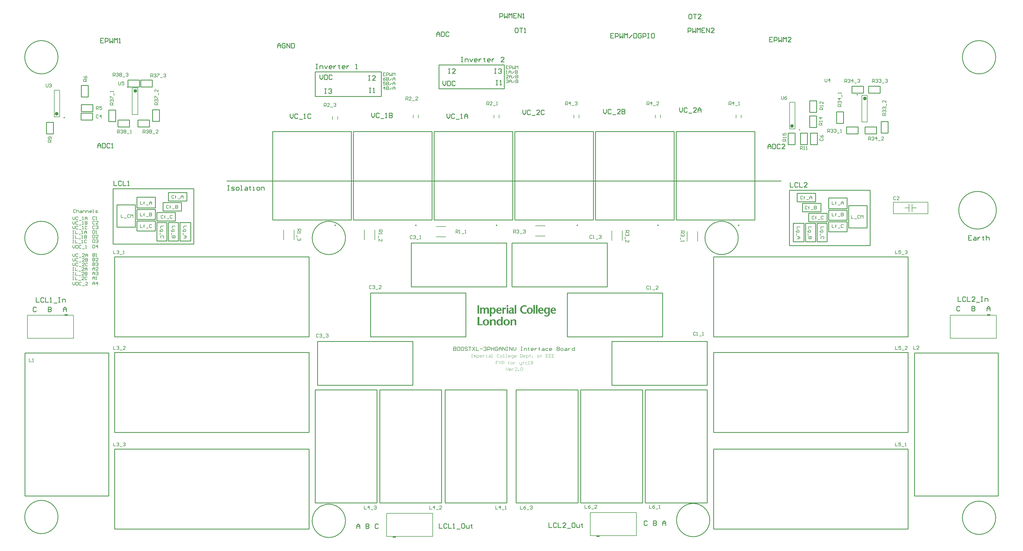
<source format=gto>
G04*
G04 #@! TF.GenerationSoftware,Altium Limited,Altium Designer,22.11.1 (43)*
G04*
G04 Layer_Color=65535*
%FSLAX44Y44*%
%MOMM*%
G71*
G04*
G04 #@! TF.SameCoordinates,B38BEB0A-FF2B-4473-85C9-27130B265984*
G04*
G04*
G04 #@! TF.FilePolarity,Positive*
G04*
G01*
G75*
%ADD10C,0.6000*%
%ADD11C,0.2500*%
%ADD12C,0.2540*%
%ADD13C,0.2000*%
%ADD14C,0.1270*%
%ADD15C,0.1778*%
%ADD16C,0.1000*%
%ADD17R,1.1000X0.5000*%
G36*
X1928757Y2454686D02*
X1930251D01*
Y2454387D01*
X1931446D01*
Y2454088D01*
X1932342D01*
Y2453789D01*
X1932940D01*
Y2453491D01*
X1933538D01*
Y2453192D01*
X1934135D01*
Y2452893D01*
X1934434D01*
Y2452295D01*
X1934135D01*
Y2451698D01*
X1933837D01*
Y2451100D01*
X1933538D01*
Y2450502D01*
X1933239D01*
Y2449905D01*
X1932940D01*
Y2449606D01*
X1932043D01*
Y2449905D01*
X1931446D01*
Y2450204D01*
X1930549D01*
Y2450502D01*
X1929354D01*
Y2450801D01*
X1925171D01*
Y2450502D01*
X1923975D01*
Y2450204D01*
X1923378D01*
Y2449905D01*
X1922780D01*
Y2449606D01*
X1922182D01*
Y2449307D01*
X1921585D01*
Y2449008D01*
X1921286D01*
Y2448709D01*
X1920987D01*
Y2448411D01*
X1920688D01*
Y2448112D01*
X1920389D01*
Y2447813D01*
X1920091D01*
Y2447215D01*
X1919792D01*
Y2446917D01*
X1919493D01*
Y2446319D01*
X1919194D01*
Y2445721D01*
X1918895D01*
Y2445123D01*
X1918596D01*
Y2444227D01*
X1918298D01*
Y2443032D01*
X1917999D01*
Y2438848D01*
X1918298D01*
Y2437653D01*
X1918596D01*
Y2436458D01*
X1918895D01*
Y2435860D01*
X1919194D01*
Y2435262D01*
X1919493D01*
Y2434665D01*
X1919792D01*
Y2434366D01*
X1920091D01*
Y2434067D01*
X1920389D01*
Y2433768D01*
X1920688D01*
Y2433469D01*
X1920987D01*
Y2433171D01*
X1921286D01*
Y2432872D01*
X1921585D01*
Y2432573D01*
X1921884D01*
Y2432274D01*
X1922481D01*
Y2431975D01*
X1923079D01*
Y2431676D01*
X1923378D01*
Y2431378D01*
X1924274D01*
Y2431079D01*
X1925469D01*
Y2430780D01*
X1929653D01*
Y2431079D01*
X1930848D01*
Y2431378D01*
X1931745D01*
Y2431676D01*
X1932342D01*
Y2431975D01*
X1932940D01*
Y2431378D01*
X1933239D01*
Y2430780D01*
X1933538D01*
Y2429884D01*
X1933837D01*
Y2429286D01*
X1934135D01*
Y2428389D01*
X1933538D01*
Y2428091D01*
X1932940D01*
Y2427792D01*
X1932342D01*
Y2427493D01*
X1931446D01*
Y2427194D01*
X1930251D01*
Y2426895D01*
X1928458D01*
Y2426597D01*
X1925469D01*
Y2426895D01*
X1923378D01*
Y2427194D01*
X1922182D01*
Y2427493D01*
X1921286D01*
Y2427792D01*
X1920688D01*
Y2428091D01*
X1919792D01*
Y2428389D01*
X1919194D01*
Y2428688D01*
X1918895D01*
Y2428987D01*
X1918298D01*
Y2429286D01*
X1917999D01*
Y2429585D01*
X1917700D01*
Y2429884D01*
X1917102D01*
Y2430182D01*
X1916803D01*
Y2430481D01*
X1916505D01*
Y2430780D01*
X1916206D01*
Y2431079D01*
X1915907D01*
Y2431378D01*
X1915608D01*
Y2431676D01*
X1915309D01*
Y2431975D01*
X1915011D01*
Y2432274D01*
X1914712D01*
Y2432872D01*
X1914413D01*
Y2433171D01*
X1914114D01*
Y2433768D01*
X1913815D01*
Y2434366D01*
X1913517D01*
Y2434964D01*
X1913218D01*
Y2435561D01*
X1912919D01*
Y2436458D01*
X1912620D01*
Y2437653D01*
X1912321D01*
Y2440043D01*
X1912022D01*
Y2441837D01*
X1912321D01*
Y2443928D01*
X1912620D01*
Y2445123D01*
X1912919D01*
Y2446020D01*
X1913218D01*
Y2446618D01*
X1913517D01*
Y2447215D01*
X1913815D01*
Y2447813D01*
X1914114D01*
Y2448411D01*
X1914413D01*
Y2448709D01*
X1914712D01*
Y2449307D01*
X1915011D01*
Y2449606D01*
X1915309D01*
Y2449905D01*
X1915608D01*
Y2450204D01*
X1915907D01*
Y2450502D01*
X1916206D01*
Y2450801D01*
X1916505D01*
Y2451100D01*
X1916803D01*
Y2451399D01*
X1917102D01*
Y2451698D01*
X1917700D01*
Y2451996D01*
X1917999D01*
Y2452295D01*
X1918298D01*
Y2452594D01*
X1918895D01*
Y2452893D01*
X1919194D01*
Y2453192D01*
X1919792D01*
Y2453491D01*
X1920688D01*
Y2453789D01*
X1921286D01*
Y2454088D01*
X1922182D01*
Y2454387D01*
X1923378D01*
Y2454686D01*
X1925171D01*
Y2454985D01*
X1928757D01*
Y2454686D01*
D02*
G37*
G36*
X1871084Y2455284D02*
X1871681D01*
Y2454985D01*
X1871980D01*
Y2454686D01*
X1872578D01*
Y2454088D01*
X1872876D01*
Y2453789D01*
X1873175D01*
Y2452893D01*
X1873474D01*
Y2452295D01*
X1873175D01*
Y2451100D01*
X1872876D01*
Y2450502D01*
X1872578D01*
Y2450204D01*
X1872279D01*
Y2449905D01*
X1871980D01*
Y2449606D01*
X1871382D01*
Y2449307D01*
X1868992D01*
Y2449606D01*
X1868693D01*
Y2449905D01*
X1868095D01*
Y2450502D01*
X1867796D01*
Y2450801D01*
X1867498D01*
Y2451399D01*
X1867199D01*
Y2453491D01*
X1867498D01*
Y2454088D01*
X1867796D01*
Y2454387D01*
X1868095D01*
Y2454686D01*
X1868394D01*
Y2454985D01*
X1868693D01*
Y2455284D01*
X1869291D01*
Y2455582D01*
X1871084D01*
Y2455284D01*
D02*
G37*
G36*
X1804446Y2446917D02*
X1805641D01*
Y2446618D01*
X1806239D01*
Y2446319D01*
X1806538D01*
Y2446020D01*
X1807135D01*
Y2445721D01*
X1807434D01*
Y2445422D01*
X1807733D01*
Y2445123D01*
X1808032D01*
Y2444526D01*
X1808331D01*
Y2443928D01*
X1808629D01*
Y2443331D01*
X1808928D01*
Y2442434D01*
X1809227D01*
Y2440342D01*
X1809526D01*
Y2427493D01*
X1809227D01*
Y2427194D01*
X1804147D01*
Y2440940D01*
X1803848D01*
Y2441837D01*
X1803549D01*
Y2442434D01*
X1803251D01*
Y2442733D01*
X1802952D01*
Y2443032D01*
X1802653D01*
Y2443331D01*
X1801756D01*
Y2443629D01*
X1799964D01*
Y2443331D01*
X1799067D01*
Y2443032D01*
X1798768D01*
Y2442733D01*
X1798469D01*
Y2442434D01*
X1798171D01*
Y2442135D01*
X1797872D01*
Y2441538D01*
X1797573D01*
Y2440641D01*
X1797274D01*
Y2427194D01*
X1791895D01*
Y2440940D01*
X1791597D01*
Y2441837D01*
X1791298D01*
Y2442434D01*
X1790999D01*
Y2442733D01*
X1790700D01*
Y2443032D01*
X1790401D01*
Y2443331D01*
X1789505D01*
Y2443629D01*
X1787712D01*
Y2443331D01*
X1787114D01*
Y2443032D01*
X1786517D01*
Y2442733D01*
X1786218D01*
Y2442434D01*
X1785919D01*
Y2442135D01*
X1785620D01*
Y2441538D01*
X1785321D01*
Y2440342D01*
X1785022D01*
Y2427194D01*
X1779942D01*
Y2431079D01*
Y2431378D01*
Y2446917D01*
X1784724D01*
Y2446618D01*
X1785022D01*
Y2444825D01*
X1785321D01*
Y2445123D01*
X1785620D01*
Y2445422D01*
X1785919D01*
Y2445721D01*
X1786517D01*
Y2446020D01*
X1786815D01*
Y2446319D01*
X1787413D01*
Y2446618D01*
X1788309D01*
Y2446917D01*
X1789505D01*
Y2447215D01*
X1792194D01*
Y2446917D01*
X1793091D01*
Y2446618D01*
X1793987D01*
Y2446319D01*
X1794585D01*
Y2446020D01*
X1794884D01*
Y2445721D01*
X1795481D01*
Y2445422D01*
X1795780D01*
Y2445123D01*
X1796079D01*
Y2444825D01*
X1796378D01*
Y2444526D01*
X1796676D01*
Y2444825D01*
X1796975D01*
Y2445123D01*
X1797274D01*
Y2445422D01*
X1797573D01*
Y2445721D01*
X1798171D01*
Y2446020D01*
X1798768D01*
Y2446319D01*
X1799366D01*
Y2446618D01*
X1800262D01*
Y2446917D01*
X1801458D01*
Y2447215D01*
X1804446D01*
Y2446917D01*
D02*
G37*
G36*
X1824766D02*
X1825662D01*
Y2446618D01*
X1826559D01*
Y2446319D01*
X1827157D01*
Y2446020D01*
X1827455D01*
Y2445721D01*
X1828053D01*
Y2445422D01*
X1828352D01*
Y2445123D01*
X1828651D01*
Y2444825D01*
X1828949D01*
Y2444526D01*
X1829248D01*
Y2444227D01*
X1829547D01*
Y2443928D01*
X1829846D01*
Y2443331D01*
X1830145D01*
Y2443032D01*
Y2442733D01*
X1830444D01*
Y2442135D01*
X1830742D01*
Y2441239D01*
X1831041D01*
Y2440342D01*
X1831340D01*
Y2439147D01*
X1831639D01*
Y2435860D01*
X1831340D01*
Y2434366D01*
X1831041D01*
Y2433171D01*
X1830742D01*
Y2432573D01*
X1830444D01*
Y2431975D01*
X1830145D01*
Y2431378D01*
X1829846D01*
Y2430780D01*
X1829547D01*
Y2430481D01*
X1829248D01*
Y2429884D01*
X1828949D01*
Y2429585D01*
X1828651D01*
Y2429286D01*
X1828352D01*
Y2428987D01*
X1828053D01*
Y2428688D01*
X1827754D01*
Y2428389D01*
X1827157D01*
Y2428091D01*
X1826858D01*
Y2427792D01*
X1826559D01*
Y2427493D01*
X1825662D01*
Y2427194D01*
X1825065D01*
Y2426895D01*
X1823869D01*
Y2426597D01*
X1822077D01*
Y2426895D01*
X1820582D01*
Y2427194D01*
X1819686D01*
Y2427493D01*
X1819387D01*
Y2427792D01*
X1818789D01*
Y2428091D01*
X1818491D01*
Y2428389D01*
X1817893D01*
Y2428688D01*
X1817594D01*
Y2428987D01*
X1817295D01*
Y2429286D01*
X1816996D01*
Y2417333D01*
X1811917D01*
Y2446618D01*
X1812215D01*
Y2446917D01*
X1816996D01*
Y2444227D01*
X1817295D01*
Y2444526D01*
X1817594D01*
Y2444825D01*
X1817893D01*
Y2445123D01*
X1818192D01*
Y2445422D01*
X1818491D01*
Y2445721D01*
X1819088D01*
Y2446020D01*
X1819387D01*
Y2446319D01*
X1819985D01*
Y2446618D01*
X1820881D01*
Y2446917D01*
X1822077D01*
Y2447215D01*
X1824766D01*
Y2446917D01*
D02*
G37*
G36*
X1863613D02*
X1864509D01*
Y2446618D01*
X1864808D01*
Y2446319D01*
X1865406D01*
Y2446020D01*
X1865705D01*
Y2445721D01*
X1866004D01*
Y2445422D01*
X1866302D01*
Y2445123D01*
X1866004D01*
Y2444526D01*
X1865705D01*
Y2443928D01*
X1865406D01*
Y2443629D01*
X1865107D01*
Y2443032D01*
X1864808D01*
Y2442434D01*
X1864509D01*
Y2441837D01*
X1863912D01*
Y2442135D01*
X1862717D01*
Y2442434D01*
X1861222D01*
Y2442135D01*
X1860625D01*
Y2441837D01*
X1860027D01*
Y2441538D01*
X1859728D01*
Y2440940D01*
X1859429D01*
Y2440641D01*
X1859131D01*
Y2439745D01*
X1858832D01*
Y2438549D01*
X1858533D01*
Y2428091D01*
Y2427792D01*
Y2427194D01*
X1853453D01*
Y2446917D01*
X1858533D01*
Y2443629D01*
X1858832D01*
Y2444227D01*
X1859131D01*
Y2444526D01*
X1859429D01*
Y2444825D01*
X1859728D01*
Y2445422D01*
X1860027D01*
Y2445721D01*
X1860326D01*
Y2446020D01*
X1860625D01*
Y2446319D01*
X1860923D01*
Y2446618D01*
X1861521D01*
Y2446917D01*
X1862119D01*
Y2447215D01*
X1863613D01*
Y2446917D01*
D02*
G37*
G36*
X1969695Y2430481D02*
Y2430182D01*
Y2427194D01*
X1964615D01*
Y2455881D01*
X1969695D01*
Y2430481D01*
D02*
G37*
G36*
X1961328Y2455582D02*
X1961627D01*
Y2427493D01*
X1961328D01*
Y2427194D01*
X1956248D01*
Y2447813D01*
Y2448112D01*
Y2455881D01*
X1961328D01*
Y2455582D01*
D02*
G37*
G36*
X1899771Y2427194D02*
X1894392D01*
Y2451698D01*
Y2451996D01*
Y2455881D01*
X1899771D01*
Y2427194D01*
D02*
G37*
G36*
X1886025Y2446917D02*
X1887220D01*
Y2446618D01*
X1887818D01*
Y2446319D01*
X1888415D01*
Y2446020D01*
X1889013D01*
Y2445721D01*
X1889312D01*
Y2445422D01*
X1889611D01*
Y2445123D01*
X1889909D01*
Y2444825D01*
X1890208D01*
Y2444227D01*
X1890507D01*
Y2443928D01*
X1890806D01*
Y2443032D01*
X1891105D01*
Y2442135D01*
X1891404D01*
Y2431378D01*
X1891702D01*
Y2428688D01*
X1892001D01*
Y2427493D01*
X1892300D01*
Y2427194D01*
X1886622D01*
Y2428389D01*
X1886324D01*
Y2429884D01*
X1886025D01*
Y2429585D01*
X1885726D01*
Y2429286D01*
X1885427D01*
Y2428987D01*
X1884829D01*
Y2428688D01*
X1884531D01*
Y2428389D01*
X1884232D01*
Y2428091D01*
X1883634D01*
Y2427792D01*
X1883335D01*
Y2427493D01*
X1882738D01*
Y2427194D01*
X1881841D01*
Y2426895D01*
X1880646D01*
Y2426597D01*
X1880347D01*
Y2426895D01*
X1878554D01*
Y2427194D01*
X1877957D01*
Y2427493D01*
X1877359D01*
Y2427792D01*
X1877060D01*
Y2428091D01*
X1876761D01*
Y2428389D01*
X1876462D01*
Y2428688D01*
X1876163D01*
Y2428987D01*
X1875865D01*
Y2429585D01*
X1875566D01*
Y2430182D01*
X1875267D01*
Y2431378D01*
X1874968D01*
Y2434067D01*
X1875267D01*
Y2434964D01*
X1875566D01*
Y2435561D01*
X1875865D01*
Y2436159D01*
X1876163D01*
Y2436458D01*
X1876462D01*
Y2437055D01*
X1876761D01*
Y2437354D01*
X1877359D01*
Y2437653D01*
X1877658D01*
Y2437952D01*
X1877957D01*
Y2438251D01*
X1878554D01*
Y2438549D01*
X1879152D01*
Y2438848D01*
X1879749D01*
Y2439147D01*
X1880347D01*
Y2439446D01*
X1881243D01*
Y2439745D01*
X1882140D01*
Y2440043D01*
X1883036D01*
Y2440342D01*
X1883933D01*
Y2440641D01*
X1885128D01*
Y2440940D01*
X1886025D01*
Y2441239D01*
X1886324D01*
Y2441837D01*
X1886025D01*
Y2442434D01*
X1885726D01*
Y2443032D01*
X1885427D01*
Y2443331D01*
X1884829D01*
Y2443629D01*
X1884232D01*
Y2443928D01*
X1881243D01*
Y2443629D01*
X1880347D01*
Y2443331D01*
X1879749D01*
Y2443032D01*
X1879152D01*
Y2442733D01*
X1878853D01*
Y2442434D01*
X1878554D01*
Y2442135D01*
X1877957D01*
Y2442434D01*
X1877658D01*
Y2442733D01*
X1877359D01*
Y2443331D01*
X1877060D01*
Y2443629D01*
X1876761D01*
Y2444227D01*
X1876462D01*
Y2444825D01*
X1876761D01*
Y2445123D01*
X1877359D01*
Y2445422D01*
X1877658D01*
Y2445721D01*
X1878255D01*
Y2446020D01*
X1878853D01*
Y2446319D01*
X1879451D01*
Y2446618D01*
X1880048D01*
Y2446917D01*
X1881542D01*
Y2447215D01*
X1886025D01*
Y2446917D01*
D02*
G37*
G36*
X1872578Y2446618D02*
X1872876D01*
Y2427194D01*
X1867796D01*
Y2446917D01*
X1872578D01*
Y2446618D01*
D02*
G37*
G36*
X1776954Y2427194D02*
X1771575D01*
Y2454387D01*
X1771874D01*
Y2454686D01*
X1776954D01*
Y2427194D01*
D02*
G37*
G36*
X2024081Y2446917D02*
X2024978D01*
Y2446618D01*
X2025874D01*
Y2446319D01*
X2026472D01*
Y2446020D01*
X2027069D01*
Y2445721D01*
X2027368D01*
Y2445422D01*
X2027667D01*
Y2445123D01*
X2027966D01*
Y2444825D01*
X2028265D01*
Y2444526D01*
X2028564D01*
Y2444227D01*
X2028862D01*
Y2443629D01*
X2029161D01*
Y2443032D01*
X2029460D01*
Y2442434D01*
X2029759D01*
Y2441538D01*
X2030058D01*
Y2440641D01*
X2030356D01*
Y2436458D01*
X2018105D01*
Y2434964D01*
X2018403D01*
Y2433768D01*
X2018702D01*
Y2433171D01*
X2019001D01*
Y2432573D01*
X2019300D01*
Y2432274D01*
X2019599D01*
Y2431975D01*
X2019898D01*
Y2431676D01*
X2020197D01*
Y2431378D01*
X2020495D01*
Y2431079D01*
X2020794D01*
Y2430780D01*
X2021392D01*
Y2430481D01*
X2022288D01*
Y2430182D01*
X2025276D01*
Y2430481D01*
X2026472D01*
Y2430780D01*
X2027368D01*
Y2431079D01*
X2027966D01*
Y2431378D01*
X2028265D01*
Y2431676D01*
X2028862D01*
Y2431079D01*
X2029161D01*
Y2430481D01*
X2029460D01*
Y2429884D01*
X2029759D01*
Y2429585D01*
X2030058D01*
Y2428688D01*
X2029460D01*
Y2428389D01*
X2028862D01*
Y2428091D01*
X2028265D01*
Y2427792D01*
X2027667D01*
Y2427493D01*
X2026771D01*
Y2427194D01*
X2025575D01*
Y2426895D01*
X2023782D01*
Y2426597D01*
X2021691D01*
Y2426895D01*
X2019898D01*
Y2427194D01*
X2019001D01*
Y2427493D01*
X2018403D01*
Y2427792D01*
X2017806D01*
Y2428091D01*
X2017208D01*
Y2428389D01*
X2016909D01*
Y2428688D01*
X2016312D01*
Y2428987D01*
X2016013D01*
Y2429286D01*
X2015714D01*
Y2429585D01*
X2015415D01*
Y2429884D01*
X2015116D01*
Y2430481D01*
X2014818D01*
Y2430780D01*
X2014519D01*
Y2431079D01*
X2014220D01*
Y2431676D01*
X2013921D01*
Y2432274D01*
X2013622D01*
Y2432872D01*
X2013324D01*
Y2434067D01*
X2013025D01*
Y2434964D01*
X2012726D01*
Y2439446D01*
X2013025D01*
Y2440342D01*
X2013324D01*
Y2441538D01*
X2013622D01*
Y2442135D01*
X2013921D01*
Y2442434D01*
X2014220D01*
Y2443032D01*
X2014519D01*
Y2443331D01*
X2014818D01*
Y2443928D01*
X2015116D01*
Y2444227D01*
X2015415D01*
Y2444526D01*
X2015714D01*
Y2444825D01*
X2016013D01*
Y2445123D01*
X2016611D01*
Y2445422D01*
X2016909D01*
Y2445721D01*
X2017507D01*
Y2446020D01*
X2018105D01*
Y2446319D01*
X2018702D01*
Y2446618D01*
X2019599D01*
Y2446917D01*
X2020794D01*
Y2447215D01*
X2024081D01*
Y2446917D01*
D02*
G37*
G36*
X1982843D02*
X1984039D01*
Y2446618D01*
X1984935D01*
Y2446319D01*
X1985533D01*
Y2446020D01*
X1985832D01*
Y2445721D01*
X1986131D01*
Y2445422D01*
X1986728D01*
Y2445123D01*
X1987027D01*
Y2444825D01*
X1987326D01*
Y2444227D01*
X1987625D01*
Y2443928D01*
X1987923D01*
Y2443331D01*
X1988222D01*
Y2442733D01*
X1988521D01*
Y2442135D01*
X1988820D01*
Y2441239D01*
X1989119D01*
Y2439446D01*
X1989418D01*
Y2436458D01*
X1977166D01*
Y2434366D01*
X1977465D01*
Y2433469D01*
X1977764D01*
Y2432872D01*
X1978062D01*
Y2432274D01*
X1978361D01*
Y2431975D01*
X1978660D01*
Y2431676D01*
X1978959D01*
Y2431378D01*
X1979258D01*
Y2431079D01*
X1979855D01*
Y2430780D01*
X1980154D01*
Y2430481D01*
X1981051D01*
Y2430182D01*
X1984039D01*
Y2430481D01*
X1985234D01*
Y2430780D01*
X1986131D01*
Y2431079D01*
X1986728D01*
Y2431378D01*
X1987326D01*
Y2431676D01*
X1987625D01*
Y2431378D01*
X1987923D01*
Y2430780D01*
X1988222D01*
Y2430182D01*
X1988521D01*
Y2429585D01*
X1988820D01*
Y2429286D01*
X1989119D01*
Y2428688D01*
X1988521D01*
Y2428389D01*
X1987923D01*
Y2428091D01*
X1987326D01*
Y2427792D01*
X1986429D01*
Y2427493D01*
X1985832D01*
Y2427194D01*
X1984637D01*
Y2426895D01*
X1982843D01*
Y2426597D01*
X1980752D01*
Y2426895D01*
X1978959D01*
Y2427194D01*
X1977764D01*
Y2427493D01*
X1977166D01*
Y2427792D01*
X1976568D01*
Y2428091D01*
X1976269D01*
Y2428389D01*
X1975672D01*
Y2428688D01*
X1975373D01*
Y2428987D01*
X1975074D01*
Y2429286D01*
X1974775D01*
Y2429585D01*
X1974476D01*
Y2429884D01*
X1974178D01*
Y2430182D01*
X1973879D01*
Y2430481D01*
X1973580D01*
Y2430780D01*
X1973281D01*
Y2431378D01*
X1972982D01*
Y2431975D01*
X1972684D01*
Y2432573D01*
X1972385D01*
Y2433469D01*
X1972086D01*
Y2434366D01*
X1971787D01*
Y2436756D01*
X1971488D01*
Y2437952D01*
X1971787D01*
Y2440043D01*
X1972086D01*
Y2440940D01*
X1972385D01*
Y2441837D01*
X1972684D01*
Y2442434D01*
X1972982D01*
Y2442733D01*
X1973281D01*
Y2443331D01*
X1973580D01*
Y2443629D01*
X1973879D01*
Y2443928D01*
X1974178D01*
Y2444526D01*
X1974775D01*
Y2444825D01*
X1975074D01*
Y2445123D01*
X1975373D01*
Y2445422D01*
X1975672D01*
Y2445721D01*
X1976269D01*
Y2446020D01*
X1976867D01*
Y2446319D01*
X1977465D01*
Y2446618D01*
X1978361D01*
Y2446917D01*
X1979556D01*
Y2447215D01*
X1982843D01*
Y2446917D01*
D02*
G37*
G36*
X1945789D02*
X1947283D01*
Y2446618D01*
X1948180D01*
Y2446319D01*
X1948778D01*
Y2446020D01*
X1949375D01*
Y2445721D01*
X1949973D01*
Y2445422D01*
X1950272D01*
Y2445123D01*
X1950571D01*
Y2444825D01*
X1951168D01*
Y2444526D01*
X1951467D01*
Y2444227D01*
X1951766D01*
Y2443928D01*
X1952065D01*
Y2443331D01*
X1952363D01*
Y2443032D01*
X1952662D01*
Y2442733D01*
X1952961D01*
Y2442135D01*
X1953260D01*
Y2441538D01*
X1953559D01*
Y2440641D01*
X1953858D01*
Y2439745D01*
X1954156D01*
Y2437952D01*
X1954455D01*
Y2436756D01*
X1954156D01*
Y2436159D01*
Y2435860D01*
Y2434366D01*
X1953858D01*
Y2433469D01*
X1953559D01*
Y2432573D01*
X1953260D01*
Y2431975D01*
X1952961D01*
Y2431378D01*
X1952662D01*
Y2430780D01*
X1952363D01*
Y2430481D01*
X1952065D01*
Y2430182D01*
X1951766D01*
Y2429585D01*
X1951467D01*
Y2429286D01*
X1950869D01*
Y2428987D01*
X1950571D01*
Y2428688D01*
X1950272D01*
Y2428389D01*
X1949973D01*
Y2428091D01*
X1949375D01*
Y2427792D01*
X1948778D01*
Y2427493D01*
X1947881D01*
Y2427194D01*
X1946985D01*
Y2426895D01*
X1945192D01*
Y2426597D01*
X1943399D01*
Y2426895D01*
X1941606D01*
Y2427194D01*
X1940411D01*
Y2427493D01*
X1939813D01*
Y2427792D01*
X1939215D01*
Y2428091D01*
X1938618D01*
Y2428389D01*
X1938319D01*
Y2428688D01*
X1938020D01*
Y2428987D01*
X1937721D01*
Y2429286D01*
X1937422D01*
Y2429585D01*
X1936825D01*
Y2430182D01*
X1936526D01*
Y2430481D01*
X1936227D01*
Y2430780D01*
X1935928D01*
Y2431378D01*
X1935629D01*
Y2431975D01*
X1935331D01*
Y2432573D01*
X1935032D01*
Y2433171D01*
X1934733D01*
Y2434366D01*
X1934434D01*
Y2439745D01*
X1934733D01*
Y2440641D01*
X1935032D01*
Y2441538D01*
X1935331D01*
Y2442135D01*
X1935629D01*
Y2442434D01*
X1935928D01*
Y2443032D01*
X1936227D01*
Y2443331D01*
X1936526D01*
Y2443629D01*
X1936825D01*
Y2444227D01*
X1937124D01*
Y2444526D01*
X1937422D01*
Y2444825D01*
X1938020D01*
Y2445123D01*
X1938319D01*
Y2445422D01*
X1938618D01*
Y2445721D01*
X1939215D01*
Y2446020D01*
X1939813D01*
Y2446319D01*
X1940411D01*
Y2446618D01*
X1941307D01*
Y2446917D01*
X1942801D01*
Y2447215D01*
X1945789D01*
Y2446917D01*
D02*
G37*
G36*
X1844488D02*
X1845683D01*
Y2446618D01*
X1846580D01*
Y2446319D01*
X1847178D01*
Y2446020D01*
X1847477D01*
Y2445721D01*
X1848074D01*
Y2445422D01*
X1848373D01*
Y2445123D01*
X1848672D01*
Y2444825D01*
X1848971D01*
Y2444227D01*
X1849269D01*
Y2443928D01*
X1849568D01*
Y2443331D01*
X1849867D01*
Y2442733D01*
X1850166D01*
Y2442135D01*
X1850465D01*
Y2441239D01*
X1850764D01*
Y2439745D01*
X1851062D01*
Y2436458D01*
X1838811D01*
Y2434366D01*
X1839109D01*
Y2433469D01*
X1839408D01*
Y2432872D01*
X1839707D01*
Y2432274D01*
X1840006D01*
Y2431975D01*
X1840305D01*
Y2431676D01*
X1840603D01*
Y2431378D01*
X1840902D01*
Y2431079D01*
X1841500D01*
Y2430780D01*
X1841799D01*
Y2430481D01*
X1842695D01*
Y2430182D01*
X1845683D01*
Y2430481D01*
X1846879D01*
Y2430780D01*
X1847775D01*
Y2431079D01*
X1848373D01*
Y2431378D01*
X1848971D01*
Y2431676D01*
X1849269D01*
Y2431378D01*
X1849568D01*
Y2430780D01*
X1849867D01*
Y2430182D01*
X1850166D01*
Y2429884D01*
X1850465D01*
Y2429286D01*
X1850764D01*
Y2428688D01*
X1850166D01*
Y2428389D01*
X1849568D01*
Y2428091D01*
X1848971D01*
Y2427792D01*
X1848074D01*
Y2427493D01*
X1847477D01*
Y2427194D01*
X1846281D01*
Y2426895D01*
X1844488D01*
Y2426597D01*
X1842397D01*
Y2426895D01*
X1840603D01*
Y2427194D01*
X1839707D01*
Y2427493D01*
X1838811D01*
Y2427792D01*
X1838213D01*
Y2428091D01*
X1837914D01*
Y2428389D01*
X1837316D01*
Y2428688D01*
X1837018D01*
Y2428987D01*
X1836719D01*
Y2429286D01*
X1836420D01*
Y2429585D01*
X1836121D01*
Y2429884D01*
X1835822D01*
Y2430182D01*
X1835524D01*
Y2430481D01*
X1835225D01*
Y2430780D01*
X1834926D01*
Y2431378D01*
X1834627D01*
Y2431975D01*
X1834328D01*
Y2432573D01*
X1834029D01*
Y2433469D01*
X1833731D01*
Y2434366D01*
X1833432D01*
Y2436756D01*
X1833133D01*
Y2437952D01*
X1833432D01*
Y2440043D01*
X1833731D01*
Y2440940D01*
X1834029D01*
Y2441837D01*
X1834328D01*
Y2442135D01*
X1834627D01*
Y2442733D01*
X1834926D01*
Y2443331D01*
X1835225D01*
Y2443629D01*
X1835524D01*
Y2443928D01*
X1835822D01*
Y2444227D01*
X1836121D01*
Y2444526D01*
X1836420D01*
Y2444825D01*
X1836719D01*
Y2445123D01*
X1837018D01*
Y2445422D01*
X1837316D01*
Y2445721D01*
X1837914D01*
Y2446020D01*
X1838512D01*
Y2446319D01*
X1839109D01*
Y2446618D01*
X1840006D01*
Y2446917D01*
X1841201D01*
Y2447215D01*
X1844488D01*
Y2446917D01*
D02*
G37*
G36*
X2001669D02*
X2002566D01*
Y2446618D01*
X2003163D01*
Y2446319D01*
X2003761D01*
Y2446020D01*
X2004060D01*
Y2445721D01*
X2004658D01*
Y2445422D01*
X2004957D01*
Y2445123D01*
X2005255D01*
Y2444526D01*
X2005554D01*
Y2446618D01*
X2005853D01*
Y2446917D01*
X2010634D01*
Y2443032D01*
Y2442733D01*
Y2425700D01*
X2010335D01*
Y2424505D01*
X2010036D01*
Y2423608D01*
X2009738D01*
Y2422712D01*
X2009439D01*
Y2422114D01*
X2009140D01*
Y2421815D01*
X2008841D01*
Y2421218D01*
X2008542D01*
Y2420919D01*
X2008244D01*
Y2420620D01*
X2007945D01*
Y2420321D01*
X2007646D01*
Y2420022D01*
X2007347D01*
Y2419724D01*
X2007048D01*
Y2419425D01*
X2006451D01*
Y2419126D01*
X2006152D01*
Y2418827D01*
X2005554D01*
Y2418528D01*
X2004957D01*
Y2418229D01*
X2004060D01*
Y2417931D01*
X2002865D01*
Y2417632D01*
X1997187D01*
Y2417931D01*
X1995693D01*
Y2418229D01*
X1994498D01*
Y2418528D01*
X1993601D01*
Y2418827D01*
X1993004D01*
Y2419126D01*
X1992406D01*
Y2419425D01*
X1992107D01*
Y2420022D01*
X1992406D01*
Y2420919D01*
X1992705D01*
Y2421815D01*
X1993004D01*
Y2422712D01*
X1993302D01*
Y2422413D01*
X1993900D01*
Y2422114D01*
X1994498D01*
Y2421815D01*
X1995394D01*
Y2421517D01*
X1996589D01*
Y2421218D01*
X1998980D01*
Y2420919D01*
X2000175D01*
Y2421218D01*
X2001968D01*
Y2421517D01*
X2002566D01*
Y2421815D01*
X2003163D01*
Y2422114D01*
X2003462D01*
Y2422413D01*
X2003761D01*
Y2422712D01*
X2004060D01*
Y2423011D01*
X2004359D01*
Y2423309D01*
X2004658D01*
Y2423907D01*
X2004957D01*
Y2424505D01*
X2005255D01*
Y2425700D01*
X2005554D01*
Y2429884D01*
X2005255D01*
Y2429585D01*
X2004957D01*
Y2428987D01*
X2004658D01*
Y2428688D01*
X2004060D01*
Y2428389D01*
X2003761D01*
Y2428091D01*
X2003462D01*
Y2427792D01*
X2002865D01*
Y2427493D01*
X2002267D01*
Y2427194D01*
X2001669D01*
Y2426895D01*
X1999578D01*
Y2426597D01*
X1999279D01*
Y2426895D01*
X1997486D01*
Y2427194D01*
X1996589D01*
Y2427493D01*
X1995693D01*
Y2427792D01*
X1995394D01*
Y2428091D01*
X1994796D01*
Y2428389D01*
X1994498D01*
Y2428688D01*
X1994199D01*
Y2428987D01*
X1993900D01*
Y2429286D01*
X1993601D01*
Y2429585D01*
X1993302D01*
Y2429884D01*
X1993004D01*
Y2430481D01*
X1992705D01*
Y2431079D01*
X1992406D01*
Y2431676D01*
X1992107D01*
Y2432274D01*
X1991808D01*
Y2433171D01*
X1991509D01*
Y2434366D01*
X1991211D01*
Y2439446D01*
X1991509D01*
Y2440641D01*
X1991808D01*
Y2441538D01*
X1992107D01*
Y2442135D01*
X1992406D01*
Y2442733D01*
X1992705D01*
Y2443032D01*
X1993004D01*
Y2443629D01*
X1993302D01*
Y2443928D01*
X1993601D01*
Y2444227D01*
X1993900D01*
Y2444526D01*
X1994199D01*
Y2444825D01*
X1994498D01*
Y2445123D01*
X1994796D01*
Y2445422D01*
X1995095D01*
Y2445721D01*
X1995394D01*
Y2446020D01*
X1995992D01*
Y2446319D01*
X1996589D01*
Y2446618D01*
X1997187D01*
Y2446917D01*
X1998083D01*
Y2447215D01*
X2001669D01*
Y2446917D01*
D02*
G37*
G36*
X1894392Y2408069D02*
X1895587D01*
Y2407771D01*
X1896185D01*
Y2407472D01*
X1896782D01*
Y2407173D01*
X1897380D01*
Y2406874D01*
X1897679D01*
Y2406575D01*
X1897978D01*
Y2406277D01*
X1898277D01*
Y2405679D01*
X1898575D01*
Y2405380D01*
X1898874D01*
Y2404782D01*
X1899173D01*
Y2403886D01*
X1899472D01*
Y2402093D01*
X1899771D01*
Y2388347D01*
X1894392D01*
Y2401794D01*
X1894093D01*
Y2402691D01*
X1893794D01*
Y2403288D01*
X1893495D01*
Y2403587D01*
X1893197D01*
Y2403886D01*
X1892898D01*
Y2404185D01*
X1892300D01*
Y2404483D01*
X1888714D01*
Y2404185D01*
X1888116D01*
Y2403886D01*
X1887519D01*
Y2403587D01*
X1887220D01*
Y2403288D01*
X1886921D01*
Y2402691D01*
X1886622D01*
Y2402392D01*
X1886324D01*
Y2401495D01*
X1886025D01*
Y2388347D01*
X1885726D01*
Y2388048D01*
X1880945D01*
Y2388347D01*
X1880646D01*
Y2407771D01*
X1886025D01*
Y2406575D01*
Y2406277D01*
Y2405978D01*
X1886622D01*
Y2406277D01*
X1886921D01*
Y2406575D01*
X1887220D01*
Y2406874D01*
X1887818D01*
Y2407173D01*
X1888415D01*
Y2407472D01*
X1889013D01*
Y2407771D01*
X1889909D01*
Y2408069D01*
X1891404D01*
Y2408368D01*
X1894392D01*
Y2408069D01*
D02*
G37*
G36*
X1854648Y2388347D02*
X1849269D01*
Y2390738D01*
X1848971D01*
Y2390439D01*
X1848672D01*
Y2390140D01*
X1848373D01*
Y2389841D01*
X1848074D01*
Y2389542D01*
X1847477D01*
Y2389243D01*
X1847178D01*
Y2388945D01*
X1846879D01*
Y2388646D01*
X1846281D01*
Y2388347D01*
X1845385D01*
Y2388048D01*
X1844189D01*
Y2387749D01*
X1841500D01*
Y2388048D01*
X1840305D01*
Y2388347D01*
X1839408D01*
Y2388646D01*
X1838811D01*
Y2388945D01*
X1838213D01*
Y2389243D01*
X1837914D01*
Y2389542D01*
X1837615D01*
Y2389841D01*
X1837316D01*
Y2390140D01*
X1837018D01*
Y2390439D01*
X1836719D01*
Y2390738D01*
X1836420D01*
Y2391037D01*
X1836121D01*
Y2391335D01*
X1835822D01*
Y2391933D01*
X1835524D01*
Y2392531D01*
X1835225D01*
Y2393128D01*
X1834926D01*
Y2394025D01*
X1834627D01*
Y2395220D01*
X1834328D01*
Y2397312D01*
X1834029D01*
Y2399105D01*
X1834328D01*
Y2400898D01*
X1834627D01*
Y2401794D01*
X1834926D01*
Y2402691D01*
X1835225D01*
Y2403288D01*
X1835524D01*
Y2403886D01*
X1835822D01*
Y2404185D01*
X1836121D01*
Y2404483D01*
X1836420D01*
Y2405081D01*
X1836719D01*
Y2405380D01*
X1837018D01*
Y2405679D01*
X1837316D01*
Y2405978D01*
X1837615D01*
Y2406277D01*
X1837914D01*
Y2406575D01*
X1838512D01*
Y2406874D01*
X1838811D01*
Y2407173D01*
X1839408D01*
Y2407472D01*
X1840006D01*
Y2407771D01*
X1840902D01*
Y2408069D01*
X1842098D01*
Y2408368D01*
X1844488D01*
Y2408069D01*
X1845982D01*
Y2407771D01*
X1846879D01*
Y2407472D01*
X1847178D01*
Y2407173D01*
X1847775D01*
Y2406874D01*
X1848373D01*
Y2406575D01*
X1848672D01*
Y2406277D01*
X1848971D01*
Y2405978D01*
X1849269D01*
Y2414345D01*
Y2414644D01*
Y2417034D01*
X1854648D01*
Y2388347D01*
D02*
G37*
G36*
X1826260Y2408069D02*
X1827455D01*
Y2407771D01*
X1828053D01*
Y2407472D01*
X1828651D01*
Y2407173D01*
X1829248D01*
Y2406874D01*
X1829547D01*
Y2406575D01*
X1829846D01*
Y2406277D01*
X1830145D01*
Y2405978D01*
X1830444D01*
Y2405380D01*
X1830742D01*
Y2404782D01*
X1831041D01*
Y2404185D01*
X1831340D01*
Y2402691D01*
X1831639D01*
Y2388347D01*
X1826260D01*
Y2402093D01*
X1825961D01*
Y2402392D01*
Y2402691D01*
Y2402989D01*
X1825662D01*
Y2403288D01*
X1825363D01*
Y2403587D01*
X1825065D01*
Y2403886D01*
X1824766D01*
Y2404185D01*
X1824168D01*
Y2404483D01*
X1820582D01*
Y2404185D01*
X1819985D01*
Y2403886D01*
X1819686D01*
Y2403587D01*
X1819088D01*
Y2402989D01*
X1818789D01*
Y2402691D01*
X1818491D01*
Y2402093D01*
X1818192D01*
Y2401196D01*
X1817893D01*
Y2388048D01*
X1812813D01*
Y2388347D01*
X1812514D01*
Y2407771D01*
X1817893D01*
Y2405679D01*
X1818192D01*
Y2405978D01*
X1818491D01*
Y2406277D01*
X1818789D01*
Y2406575D01*
X1819088D01*
Y2406874D01*
X1819686D01*
Y2407173D01*
X1820284D01*
Y2407472D01*
X1820881D01*
Y2407771D01*
X1822077D01*
Y2408069D01*
X1823571D01*
Y2408368D01*
X1826260D01*
Y2408069D01*
D02*
G37*
G36*
X1777253Y2392232D02*
X1788309D01*
Y2388347D01*
X1771575D01*
Y2393726D01*
Y2394025D01*
Y2415540D01*
X1777253D01*
Y2392232D01*
D02*
G37*
G36*
X1868992Y2408069D02*
X1870486D01*
Y2407771D01*
X1871681D01*
Y2407472D01*
X1872279D01*
Y2407173D01*
X1872876D01*
Y2406874D01*
X1873474D01*
Y2406575D01*
X1874072D01*
Y2406277D01*
X1874371D01*
Y2405978D01*
X1874669D01*
Y2405679D01*
X1875267D01*
Y2405081D01*
X1875566D01*
Y2404782D01*
X1875865D01*
Y2404483D01*
X1876163D01*
Y2404185D01*
X1876462D01*
Y2403886D01*
X1876761D01*
Y2403288D01*
X1877060D01*
Y2402691D01*
X1877359D01*
Y2402093D01*
X1877658D01*
Y2401196D01*
X1877957D01*
Y2399702D01*
X1878255D01*
Y2396714D01*
X1877957D01*
Y2395220D01*
X1877658D01*
Y2394323D01*
X1877359D01*
Y2393726D01*
X1877060D01*
Y2393128D01*
X1876761D01*
Y2392531D01*
X1876462D01*
Y2391933D01*
X1876163D01*
Y2391634D01*
X1875865D01*
Y2391335D01*
X1875566D01*
Y2391037D01*
X1875267D01*
Y2390738D01*
X1874968D01*
Y2390439D01*
X1874669D01*
Y2390140D01*
X1874371D01*
Y2389841D01*
X1874072D01*
Y2389542D01*
X1873474D01*
Y2389243D01*
X1872876D01*
Y2388945D01*
X1872279D01*
Y2388646D01*
X1871681D01*
Y2388347D01*
X1870785D01*
Y2388048D01*
X1868992D01*
Y2387749D01*
X1866302D01*
Y2388048D01*
X1864808D01*
Y2388347D01*
X1863613D01*
Y2388646D01*
X1863015D01*
Y2388945D01*
X1862418D01*
Y2389243D01*
X1861820D01*
Y2389542D01*
X1861521D01*
Y2389841D01*
X1860923D01*
Y2390140D01*
X1860625D01*
Y2390439D01*
X1860326D01*
Y2390738D01*
X1860027D01*
Y2391037D01*
X1859728D01*
Y2391335D01*
X1859429D01*
Y2391634D01*
X1859131D01*
Y2392232D01*
X1858832D01*
Y2392531D01*
X1858533D01*
Y2393128D01*
X1858234D01*
Y2393726D01*
X1857935D01*
Y2394622D01*
X1857637D01*
Y2395519D01*
X1857338D01*
Y2400599D01*
X1857637D01*
Y2401495D01*
X1857935D01*
Y2402392D01*
X1858234D01*
Y2402989D01*
X1858533D01*
Y2403587D01*
X1858832D01*
Y2403886D01*
X1859131D01*
Y2404483D01*
X1859429D01*
Y2404782D01*
X1859728D01*
Y2405081D01*
X1860027D01*
Y2405380D01*
X1860326D01*
Y2405679D01*
X1860625D01*
Y2405978D01*
X1860923D01*
Y2406277D01*
X1861521D01*
Y2406575D01*
X1861820D01*
Y2406874D01*
X1862418D01*
Y2407173D01*
X1863015D01*
Y2407472D01*
X1863613D01*
Y2407771D01*
X1864808D01*
Y2408069D01*
X1866302D01*
Y2408368D01*
X1868992D01*
Y2408069D01*
D02*
G37*
G36*
X1800860D02*
X1802354D01*
Y2407771D01*
X1803549D01*
Y2407472D01*
X1804147D01*
Y2407173D01*
X1804745D01*
Y2406874D01*
X1805342D01*
Y2406575D01*
X1805641D01*
Y2406277D01*
X1806239D01*
Y2405978D01*
X1806538D01*
Y2405679D01*
X1806837D01*
Y2405380D01*
X1807135D01*
Y2405081D01*
X1807434D01*
Y2404782D01*
X1807733D01*
Y2404483D01*
X1808032D01*
Y2404185D01*
X1808331D01*
Y2403587D01*
X1808629D01*
Y2402989D01*
X1808928D01*
Y2402691D01*
X1809227D01*
Y2401794D01*
X1809526D01*
Y2400898D01*
X1809825D01*
Y2399404D01*
X1810123D01*
Y2397909D01*
Y2397611D01*
Y2397312D01*
X1809825D01*
Y2395519D01*
X1809526D01*
Y2394323D01*
X1809227D01*
Y2393726D01*
X1808928D01*
Y2393128D01*
X1808629D01*
Y2392531D01*
X1808331D01*
Y2391933D01*
X1808032D01*
Y2391634D01*
X1807733D01*
Y2391335D01*
X1807434D01*
Y2391037D01*
X1807135D01*
Y2390738D01*
X1806837D01*
Y2390439D01*
X1806538D01*
Y2390140D01*
X1806239D01*
Y2389841D01*
X1805940D01*
Y2389542D01*
X1805342D01*
Y2389243D01*
X1804745D01*
Y2388945D01*
X1804147D01*
Y2388646D01*
X1803549D01*
Y2388347D01*
X1802354D01*
Y2388048D01*
X1800860D01*
Y2387749D01*
X1798171D01*
Y2388048D01*
X1796378D01*
Y2388347D01*
X1795481D01*
Y2388646D01*
X1794884D01*
Y2388945D01*
X1794286D01*
Y2389243D01*
X1793688D01*
Y2389542D01*
X1793091D01*
Y2389841D01*
X1792792D01*
Y2390140D01*
X1792493D01*
Y2390439D01*
X1792194D01*
Y2390738D01*
X1791895D01*
Y2391037D01*
X1791597D01*
Y2391335D01*
X1791298D01*
Y2391634D01*
X1790999D01*
Y2392232D01*
X1790700D01*
Y2392531D01*
X1790401D01*
Y2393128D01*
X1790102D01*
Y2393726D01*
X1789803D01*
Y2394622D01*
X1789505D01*
Y2395519D01*
X1789206D01*
Y2397312D01*
X1788907D01*
Y2399404D01*
X1789206D01*
Y2400898D01*
X1789505D01*
Y2401794D01*
X1789803D01*
Y2402691D01*
X1790102D01*
Y2403288D01*
X1790401D01*
Y2403587D01*
X1790700D01*
Y2404185D01*
X1790999D01*
Y2404483D01*
X1791298D01*
Y2404782D01*
X1791597D01*
Y2405081D01*
X1791895D01*
Y2405380D01*
X1792194D01*
Y2405679D01*
X1792493D01*
Y2405978D01*
X1792792D01*
Y2406277D01*
X1793389D01*
Y2406575D01*
X1793688D01*
Y2406874D01*
X1794286D01*
Y2407173D01*
X1794884D01*
Y2407472D01*
X1795481D01*
Y2407771D01*
X1796676D01*
Y2408069D01*
X1798171D01*
Y2408368D01*
X1800860D01*
Y2408069D01*
D02*
G37*
%LPC*%
G36*
X1822973Y2443928D02*
X1820582D01*
Y2443629D01*
X1819985D01*
Y2443331D01*
X1819387D01*
Y2443032D01*
X1819088D01*
Y2442733D01*
X1818789D01*
Y2442434D01*
X1818491D01*
Y2441837D01*
X1818192D01*
Y2441239D01*
X1817893D01*
Y2440641D01*
X1817594D01*
Y2439745D01*
X1817295D01*
Y2434067D01*
X1817594D01*
Y2433171D01*
X1817893D01*
Y2432573D01*
X1818192D01*
Y2431975D01*
X1818491D01*
Y2431676D01*
X1818789D01*
Y2431079D01*
X1819088D01*
Y2430780D01*
X1819686D01*
Y2430481D01*
X1820284D01*
Y2430182D01*
X1821479D01*
Y2429884D01*
X1822077D01*
Y2430182D01*
X1823272D01*
Y2430481D01*
X1823869D01*
Y2430780D01*
X1824168D01*
Y2431079D01*
X1824467D01*
Y2431378D01*
X1824766D01*
Y2431975D01*
X1825065D01*
Y2432573D01*
X1825363D01*
Y2433171D01*
X1825662D01*
Y2434366D01*
X1825961D01*
Y2436756D01*
X1826260D01*
Y2437653D01*
X1825961D01*
Y2440043D01*
X1825662D01*
Y2440940D01*
X1825363D01*
Y2441538D01*
X1825065D01*
Y2442135D01*
X1824766D01*
Y2442434D01*
X1824467D01*
Y2443032D01*
X1823869D01*
Y2443331D01*
X1823571D01*
Y2443629D01*
X1822973D01*
Y2443928D01*
D02*
G37*
G36*
X1886324Y2438251D02*
X1885427D01*
Y2437952D01*
X1884531D01*
Y2437653D01*
X1883634D01*
Y2437354D01*
X1882738D01*
Y2437055D01*
X1882140D01*
Y2436756D01*
X1881841D01*
Y2436458D01*
X1881243D01*
Y2436159D01*
X1880945D01*
Y2435561D01*
X1880646D01*
Y2435262D01*
X1880347D01*
Y2434366D01*
X1880048D01*
Y2431975D01*
X1880347D01*
Y2431378D01*
X1880646D01*
Y2431079D01*
X1880945D01*
Y2430780D01*
X1881243D01*
Y2430481D01*
X1883335D01*
Y2430780D01*
X1883933D01*
Y2431079D01*
X1884232D01*
Y2431378D01*
X1884531D01*
Y2431676D01*
X1884829D01*
Y2431975D01*
X1885128D01*
Y2432573D01*
X1885427D01*
Y2433171D01*
X1885726D01*
Y2433768D01*
X1886025D01*
Y2434964D01*
X1886324D01*
Y2438251D01*
D02*
G37*
G36*
X2023185Y2444227D02*
X2021691D01*
Y2443928D01*
X2020495D01*
Y2443629D01*
X2020197D01*
Y2443331D01*
X2019599D01*
Y2443032D01*
X2019300D01*
Y2442434D01*
X2019001D01*
Y2442135D01*
X2018702D01*
Y2441239D01*
X2018403D01*
Y2439446D01*
X2025575D01*
Y2441538D01*
X2025276D01*
Y2442434D01*
X2024978D01*
Y2443032D01*
X2024679D01*
Y2443331D01*
X2024380D01*
Y2443629D01*
X2024081D01*
Y2443928D01*
X2023185D01*
Y2444227D01*
D02*
G37*
G36*
X1981947D02*
X1980453D01*
Y2443928D01*
X1979556D01*
Y2443629D01*
X1978959D01*
Y2443331D01*
X1978660D01*
Y2443032D01*
X1978361D01*
Y2442733D01*
X1978062D01*
Y2442434D01*
X1977764D01*
Y2441837D01*
X1977465D01*
Y2440641D01*
X1977166D01*
Y2439446D01*
X1984338D01*
Y2441837D01*
X1984039D01*
Y2442733D01*
X1983740D01*
Y2443032D01*
X1983441D01*
Y2443331D01*
X1983142D01*
Y2443629D01*
X1982843D01*
Y2443928D01*
X1981947D01*
Y2444227D01*
D02*
G37*
G36*
X1944893D02*
X1943698D01*
Y2443928D01*
X1942801D01*
Y2443629D01*
X1942204D01*
Y2443331D01*
X1941905D01*
Y2443032D01*
X1941606D01*
Y2442733D01*
X1941307D01*
Y2442434D01*
X1941008D01*
Y2442135D01*
X1940709D01*
Y2441538D01*
X1940411D01*
Y2440641D01*
X1940112D01*
Y2439446D01*
X1939813D01*
Y2434665D01*
X1940112D01*
Y2433469D01*
X1940411D01*
Y2432573D01*
X1940709D01*
Y2431975D01*
X1941008D01*
Y2431378D01*
X1941307D01*
Y2431079D01*
X1941606D01*
Y2430780D01*
X1941905D01*
Y2430481D01*
X1942204D01*
Y2430182D01*
X1942801D01*
Y2429884D01*
X1943996D01*
Y2429585D01*
X1944594D01*
Y2429884D01*
X1945789D01*
Y2430182D01*
X1946387D01*
Y2430481D01*
X1946686D01*
Y2430780D01*
X1946985D01*
Y2431079D01*
X1947283D01*
Y2431378D01*
X1947582D01*
Y2431975D01*
X1947881D01*
Y2432573D01*
X1948180D01*
Y2433469D01*
X1948479D01*
Y2434964D01*
X1948778D01*
Y2439147D01*
X1948479D01*
Y2440641D01*
X1948180D01*
Y2441239D01*
X1947881D01*
Y2442135D01*
X1947582D01*
Y2442434D01*
X1947283D01*
Y2442733D01*
X1946985D01*
Y2443032D01*
X1946686D01*
Y2443331D01*
X1946387D01*
Y2443629D01*
X1945789D01*
Y2443928D01*
X1944893D01*
Y2444227D01*
D02*
G37*
G36*
X1843592D02*
X1842098D01*
Y2443928D01*
X1841201D01*
Y2443629D01*
X1840603D01*
Y2443331D01*
X1840305D01*
Y2443032D01*
X1840006D01*
Y2442733D01*
X1839707D01*
Y2442434D01*
X1839408D01*
Y2441837D01*
X1839109D01*
Y2440641D01*
X1838811D01*
Y2439446D01*
X1846281D01*
Y2440940D01*
X1845982D01*
Y2442135D01*
X1845683D01*
Y2442733D01*
X1845385D01*
Y2443331D01*
X1845086D01*
Y2443629D01*
X1844488D01*
Y2443928D01*
X1843592D01*
Y2444227D01*
D02*
G37*
G36*
X2002267Y2443928D02*
X1999877D01*
Y2443629D01*
X1998980D01*
Y2443331D01*
X1998681D01*
Y2443032D01*
X1998382D01*
Y2442733D01*
X1998083D01*
Y2442434D01*
X1997785D01*
Y2442135D01*
X1997486D01*
Y2441538D01*
X1997187D01*
Y2440641D01*
X1996888D01*
Y2439446D01*
X1996589D01*
Y2435262D01*
X1996888D01*
Y2433768D01*
X1997187D01*
Y2432872D01*
X1997486D01*
Y2432274D01*
X1997785D01*
Y2431676D01*
X1998083D01*
Y2431378D01*
X1998382D01*
Y2431079D01*
X1998681D01*
Y2430780D01*
X1998980D01*
Y2430481D01*
X1999578D01*
Y2430182D01*
X2000474D01*
Y2429884D01*
X2001072D01*
Y2430182D01*
X2002566D01*
Y2430481D01*
X2003163D01*
Y2430780D01*
X2003462D01*
Y2431079D01*
X2003761D01*
Y2431378D01*
X2004060D01*
Y2431975D01*
X2004359D01*
Y2432274D01*
X2004658D01*
Y2433171D01*
X2004957D01*
Y2434067D01*
X2005255D01*
Y2435262D01*
X2005554D01*
Y2439446D01*
X2005255D01*
Y2440342D01*
X2004957D01*
Y2441239D01*
X2004658D01*
Y2441837D01*
X2004359D01*
Y2442434D01*
X2004060D01*
Y2442733D01*
X2003761D01*
Y2443032D01*
X2003462D01*
Y2443331D01*
X2002865D01*
Y2443629D01*
X2002267D01*
Y2443928D01*
D02*
G37*
G36*
X1845683Y2405081D02*
X1843592D01*
Y2404782D01*
X1842695D01*
Y2404483D01*
X1842098D01*
Y2404185D01*
X1841799D01*
Y2403886D01*
X1841500D01*
Y2403587D01*
X1841201D01*
Y2403288D01*
X1840902D01*
Y2402691D01*
X1840603D01*
Y2402093D01*
X1840305D01*
Y2401196D01*
X1840006D01*
Y2395818D01*
X1840305D01*
Y2394622D01*
X1840603D01*
Y2394025D01*
X1840902D01*
Y2393128D01*
X1841201D01*
Y2392829D01*
X1841500D01*
Y2392531D01*
X1841799D01*
Y2392232D01*
X1842098D01*
Y2391933D01*
X1842397D01*
Y2391634D01*
X1842994D01*
Y2391335D01*
X1843891D01*
Y2391037D01*
X1845086D01*
Y2391335D01*
X1845982D01*
Y2391634D01*
X1846580D01*
Y2391933D01*
X1847178D01*
Y2392232D01*
X1847477D01*
Y2392531D01*
X1847775D01*
Y2393128D01*
X1848074D01*
Y2393427D01*
X1848373D01*
Y2394025D01*
X1848672D01*
Y2394921D01*
X1848971D01*
Y2396116D01*
X1849269D01*
Y2400898D01*
X1848971D01*
Y2401196D01*
Y2401495D01*
Y2401794D01*
X1848672D01*
Y2402392D01*
X1848373D01*
Y2402989D01*
X1848074D01*
Y2403288D01*
X1847775D01*
Y2403886D01*
X1847477D01*
Y2404185D01*
X1846879D01*
Y2404483D01*
X1846580D01*
Y2404782D01*
X1845683D01*
Y2405081D01*
D02*
G37*
G36*
X1868095Y2405380D02*
X1867199D01*
Y2405081D01*
X1866004D01*
Y2404782D01*
X1865406D01*
Y2404483D01*
X1865107D01*
Y2404185D01*
X1864808D01*
Y2403886D01*
X1864509D01*
Y2403587D01*
X1864211D01*
Y2402989D01*
X1863912D01*
Y2402691D01*
Y2402392D01*
X1863613D01*
Y2401495D01*
X1863314D01*
Y2400300D01*
X1863015D01*
Y2395818D01*
X1863314D01*
Y2394622D01*
X1863613D01*
Y2393726D01*
X1863912D01*
Y2393128D01*
X1864211D01*
Y2392531D01*
X1864509D01*
Y2392232D01*
X1864808D01*
Y2391933D01*
X1865107D01*
Y2391634D01*
X1865406D01*
Y2391335D01*
X1866004D01*
Y2391037D01*
X1867199D01*
Y2390738D01*
X1868095D01*
Y2391037D01*
X1869291D01*
Y2391335D01*
X1869888D01*
Y2391634D01*
X1870187D01*
Y2391933D01*
X1870486D01*
Y2392232D01*
X1870785D01*
Y2392531D01*
X1871084D01*
Y2392829D01*
X1871382D01*
Y2393427D01*
X1871681D01*
Y2394323D01*
X1871980D01*
Y2395220D01*
X1872279D01*
Y2397611D01*
X1872578D01*
Y2399105D01*
X1872279D01*
Y2401196D01*
X1871980D01*
Y2402093D01*
X1871681D01*
Y2402691D01*
X1871382D01*
Y2403288D01*
X1871084D01*
Y2403587D01*
X1870785D01*
Y2404185D01*
X1870486D01*
Y2404483D01*
X1869888D01*
Y2404782D01*
X1869291D01*
Y2405081D01*
X1868095D01*
Y2405380D01*
D02*
G37*
G36*
X1799964D02*
X1799067D01*
Y2405081D01*
X1797872D01*
Y2404782D01*
X1797274D01*
Y2404483D01*
X1796975D01*
Y2404185D01*
X1796676D01*
Y2403886D01*
X1796378D01*
Y2403587D01*
X1796079D01*
Y2403288D01*
X1795780D01*
Y2402691D01*
X1795481D01*
Y2401794D01*
X1795182D01*
Y2400898D01*
X1794884D01*
Y2395519D01*
X1795182D01*
Y2394323D01*
X1795481D01*
Y2393427D01*
X1795780D01*
Y2392829D01*
X1796079D01*
Y2392531D01*
X1796378D01*
Y2392232D01*
X1796676D01*
Y2391933D01*
X1796975D01*
Y2391634D01*
X1797274D01*
Y2391335D01*
X1797872D01*
Y2391037D01*
X1799067D01*
Y2390738D01*
X1799964D01*
Y2391037D01*
X1801159D01*
Y2391335D01*
X1801756D01*
Y2391634D01*
X1802055D01*
Y2391933D01*
X1802354D01*
Y2392232D01*
X1802653D01*
Y2392531D01*
X1802952D01*
Y2392829D01*
X1803251D01*
Y2393427D01*
X1803549D01*
Y2394323D01*
X1803848D01*
Y2395519D01*
X1804147D01*
Y2400898D01*
X1803848D01*
Y2401794D01*
X1803549D01*
Y2402691D01*
X1803251D01*
Y2403288D01*
X1802952D01*
Y2403587D01*
X1802653D01*
Y2403886D01*
X1802354D01*
Y2404185D01*
X1802055D01*
Y2404483D01*
X1801756D01*
Y2404782D01*
X1801159D01*
Y2405081D01*
X1799964D01*
Y2405380D01*
D02*
G37*
%LPD*%
D10*
X2813780Y3047020D02*
G03*
X2813780Y3047020I-3000J0D01*
G01*
X643600Y3162990D02*
G03*
X643600Y3162990I-3000J0D01*
G01*
X3054540Y3137880D02*
G03*
X3054540Y3137880I-3000J0D01*
G01*
X383660Y3087370D02*
G03*
X383660Y3087370I-3000J0D01*
G01*
D11*
X2837030Y3034420D02*
G03*
X2837030Y3034420I-1250J0D01*
G01*
X616850Y3175590D02*
G03*
X616850Y3175590I-1250J0D01*
G01*
X3027790Y3150480D02*
G03*
X3027790Y3150480I-1250J0D01*
G01*
X406910Y3074770D02*
G03*
X406910Y3074770I-1250J0D01*
G01*
D12*
X2102720Y2718900D02*
G03*
X2102720Y2718900I-1450J0D01*
G01*
X2369420D02*
G03*
X2369420Y2718900I-1450J0D01*
G01*
X2636120D02*
G03*
X2636120Y2718900I-1450J0D01*
G01*
X1302620D02*
G03*
X1302620Y2718900I-1450J0D01*
G01*
X1569320D02*
G03*
X1569320Y2718900I-1450J0D01*
G01*
X1836020D02*
G03*
X1836020Y2718900I-1450J0D01*
G01*
X2539120Y1744980D02*
G03*
X2539120Y1744980I-55000J0D01*
G01*
X385200Y2677160D02*
G03*
X385200Y2677160I-55000J0D01*
G01*
X3486150Y2768600D02*
G03*
X3486150Y2768600I-62230J0D01*
G01*
X2633100Y2677160D02*
G03*
X2633100Y2677160I-55000J0D01*
G01*
X1335160D02*
G03*
X1335160Y2677160I-55000J0D01*
G01*
X385200Y3274060D02*
G03*
X385200Y3274060I-55000J0D01*
G01*
X3484000D02*
G03*
X3484000Y3274060I-55000J0D01*
G01*
Y1752600D02*
G03*
X3484000Y1752600I-55000J0D01*
G01*
X385200Y1755140D02*
G03*
X385200Y1755140I-55000J0D01*
G01*
X1335160Y1742440D02*
G03*
X1335160Y1742440I-55000J0D01*
G01*
X579120Y2712720D02*
X640080D01*
X579120Y2786380D02*
X640080D01*
Y2712720D02*
Y2786380D01*
X579120Y2712720D02*
Y2786380D01*
X645160Y2700020D02*
X706120D01*
X645160Y2733040D02*
X706120D01*
Y2700020D02*
Y2733040D01*
X645160Y2700020D02*
Y2733040D01*
X731520Y2766060D02*
X792480D01*
X731520Y2794000D02*
X792480D01*
Y2766060D02*
Y2794000D01*
X731520Y2766060D02*
Y2794000D01*
X711200Y2733040D02*
X772160D01*
X711200Y2760980D02*
X772160D01*
Y2733040D02*
Y2760980D01*
X711200Y2733040D02*
Y2760980D01*
X2865120Y2758440D02*
X2926080D01*
X2865120Y2730500D02*
X2926080D01*
X2865120D02*
Y2758440D01*
X2926080Y2730500D02*
Y2758440D01*
X566420Y2656840D02*
X833120D01*
X566420Y2839720D02*
X833120D01*
Y2656840D02*
Y2839720D01*
X566420Y2656840D02*
Y2839720D01*
X2893060Y2664460D02*
Y2725420D01*
X2926080Y2664460D02*
Y2725420D01*
X2893060Y2664460D02*
X2926080D01*
X2893060Y2725420D02*
X2926080D01*
X2827020Y2824480D02*
X2887980D01*
X2827020Y2796540D02*
X2887980D01*
X2827020D02*
Y2824480D01*
X2887980Y2796540D02*
Y2824480D01*
X2931160Y2809240D02*
X2992120D01*
X2931160Y2773680D02*
X2992120D01*
X2931160D02*
Y2809240D01*
X2992120Y2773680D02*
Y2809240D01*
X1643380Y3169920D02*
X1859280D01*
X1643380Y3248660D02*
X1859280D01*
Y3169920D02*
Y3248660D01*
X1643380Y3169920D02*
Y3248660D01*
X2844800Y2791460D02*
X2905760D01*
X2844800Y2763520D02*
X2905760D01*
X2844800D02*
Y2791460D01*
X2905760Y2763520D02*
Y2791460D01*
X2814320Y2664460D02*
Y2725420D01*
X2849880Y2664460D02*
Y2725420D01*
X2814320Y2664460D02*
X2849880D01*
X2814320Y2725420D02*
X2849880D01*
X645160Y2776220D02*
X706120D01*
X645160Y2811780D02*
X706120D01*
Y2776220D02*
Y2811780D01*
X645160Y2776220D02*
Y2811780D01*
X1234440Y3144520D02*
X1452880D01*
X1234440Y3225800D02*
X1452880D01*
Y3144520D02*
Y3225800D01*
X1234440Y3144520D02*
Y3225800D01*
X2931160Y2768600D02*
X2992120D01*
X2931160Y2735580D02*
X2992120D01*
X2931160D02*
Y2768600D01*
X2992120Y2735580D02*
Y2768600D01*
X711200Y2667000D02*
Y2727960D01*
X744220Y2667000D02*
Y2727960D01*
X711200Y2667000D02*
X744220D01*
X711200Y2727960D02*
X744220D01*
X749300Y2799080D02*
X810260D01*
X749300Y2827020D02*
X810260D01*
Y2799080D02*
Y2827020D01*
X749300Y2799080D02*
Y2827020D01*
X2801620Y2651760D02*
X3068320D01*
X2801620Y2834640D02*
X3068320D01*
Y2651760D02*
Y2834640D01*
X2801620Y2651760D02*
Y2834640D01*
X749300Y2667000D02*
Y2727960D01*
X782320Y2667000D02*
Y2727960D01*
X749300Y2667000D02*
X782320D01*
X749300Y2727960D02*
X782320D01*
X2997200Y2783840D02*
X3058160D01*
X2997200Y2710180D02*
X3058160D01*
X2997200D02*
Y2783840D01*
X3058160Y2710180D02*
Y2783840D01*
X2854960Y2664460D02*
Y2725420D01*
X2887980Y2664460D02*
Y2725420D01*
X2854960Y2664460D02*
X2887980D01*
X2854960Y2725420D02*
X2887980D01*
X787400Y2667000D02*
Y2727960D01*
X822960Y2667000D02*
Y2727960D01*
X787400Y2667000D02*
X822960D01*
X787400Y2727960D02*
X822960D01*
X645160Y2738120D02*
X706120D01*
X645160Y2771140D02*
X706120D01*
Y2738120D02*
Y2771140D01*
X645160Y2738120D02*
Y2771140D01*
X2931160Y2730500D02*
X2992120D01*
X2931160Y2697480D02*
X2992120D01*
X2931160D02*
Y2730500D01*
X2992120Y2697480D02*
Y2730500D01*
X1894380Y2736900D02*
X2154380D01*
X1894380D02*
Y3028900D01*
X2154380D01*
Y2736900D02*
Y3028900D01*
X2161080Y2736900D02*
X2421080D01*
X2161080D02*
Y3028900D01*
X2421080D01*
Y2736900D02*
Y3028900D01*
X2427780Y2736900D02*
X2687780D01*
X2427780D02*
Y3028900D01*
X2687780D01*
Y2736900D02*
Y3028900D01*
X1094280Y2736900D02*
X1354280D01*
X1094280D02*
Y3028900D01*
X1354280D01*
Y2736900D02*
Y3028900D01*
X1360980Y2736900D02*
X1620980D01*
X1360980D02*
Y3028900D01*
X1620980D01*
Y2736900D02*
Y3028900D01*
X1627680Y2736900D02*
X1887680D01*
X1627680D02*
Y3028900D01*
X1887680D01*
Y2736900D02*
Y3028900D01*
X615950Y3176270D02*
Y3199130D01*
X654050Y3176270D02*
Y3199130D01*
X615950D02*
X654050D01*
X615950Y3176270D02*
X654050D01*
X648970Y3044190D02*
Y3067050D01*
X687070Y3044190D02*
Y3067050D01*
X648970D02*
X687070D01*
X648970Y3044190D02*
X687070D01*
X621030D02*
Y3067050D01*
X582930Y3044190D02*
Y3067050D01*
Y3044190D02*
X621030D01*
X582930Y3067050D02*
X621030D01*
X658470Y3176270D02*
Y3199130D01*
X696570Y3176270D02*
Y3199130D01*
X658470D02*
X696570D01*
X658470Y3176270D02*
X696570D01*
X697230Y3062630D02*
X720090D01*
X697230Y3100730D02*
X720090D01*
X697230Y3062630D02*
Y3100730D01*
X720090Y3062630D02*
Y3100730D01*
X552450Y3061970D02*
X575310D01*
X552450Y3100070D02*
X575310D01*
X552450Y3061970D02*
Y3100070D01*
X575310Y3061970D02*
Y3100070D01*
X3008630Y3155950D02*
Y3178810D01*
X3046730Y3155950D02*
Y3178810D01*
X3008630D02*
X3046730D01*
X3008630Y3155950D02*
X3046730D01*
X3051810Y3021330D02*
Y3044190D01*
X3089910Y3021330D02*
Y3044190D01*
X3051810D02*
X3089910D01*
X3051810Y3021330D02*
X3089910D01*
X2957830Y3094330D02*
X2980690D01*
X2957830Y3056230D02*
X2980690D01*
Y3094330D01*
X2957830Y3056230D02*
Y3094330D01*
X3063850Y3155950D02*
Y3178810D01*
X3101950Y3155950D02*
Y3178810D01*
X3063850D02*
X3101950D01*
X3063850Y3155950D02*
X3101950D01*
X3105150Y3023870D02*
X3128010D01*
X3105150Y3061970D02*
X3128010D01*
X3105150Y3023870D02*
Y3061970D01*
X3128010Y3023870D02*
Y3061970D01*
X2990850Y3021330D02*
Y3044190D01*
X3028950Y3021330D02*
Y3044190D01*
X2990850D02*
X3028950D01*
X2990850Y3021330D02*
X3028950D01*
X2797810Y2985770D02*
X2820670D01*
X2797810Y3023870D02*
X2820670D01*
X2797810Y2985770D02*
Y3023870D01*
X2820670Y2985770D02*
Y3023870D01*
X2868930Y3042310D02*
X2891790D01*
X2868930Y3080410D02*
X2891790D01*
X2868930Y3042310D02*
Y3080410D01*
X2891790Y3042310D02*
Y3080410D01*
X2868930Y3130550D02*
X2891790D01*
X2868930Y3092450D02*
X2891790D01*
Y3130550D01*
X2868930Y3092450D02*
Y3130550D01*
X2838450Y3023870D02*
X2861310D01*
X2838450Y2985770D02*
X2861310D01*
Y3023870D01*
X2838450Y2985770D02*
Y3023870D01*
X346710Y3021330D02*
X369570D01*
X346710Y3059430D02*
X369570D01*
X346710Y3021330D02*
Y3059430D01*
X369570Y3021330D02*
Y3059430D01*
X461670Y3181060D02*
X484530D01*
X461670Y3142960D02*
X484530D01*
Y3181060D01*
X461670Y3142960D02*
Y3181060D01*
Y3094700D02*
Y3117560D01*
X499770Y3094700D02*
Y3117560D01*
X461670D02*
X499770D01*
X461670Y3094700D02*
X499770D01*
X1898650Y1802130D02*
X2103120D01*
X1898650Y2175510D02*
X1898650Y1802130D01*
X1898650Y2175510D02*
X2103120D01*
X2103120Y1802130D01*
X2112010D02*
X2316480D01*
X2112010Y2175510D02*
X2112010Y1802130D01*
X2112010Y2175510D02*
X2316480D01*
X2316480Y1802130D01*
X2325370D02*
X2529840D01*
X2325370Y2175510D02*
X2325370Y1802130D01*
X2325370Y2175510D02*
X2529840D01*
X2529840Y1802130D01*
X2551430Y2350516D02*
Y2614676D01*
X3194050Y2614676D01*
Y2350516D02*
Y2614676D01*
X2551430Y2350516D02*
X3194050Y2350516D01*
X2551430Y2034540D02*
Y2298700D01*
X3194050Y2298700D01*
Y2034540D02*
Y2298700D01*
X2551430Y2034540D02*
X3194050Y2034540D01*
X2551430Y1715516D02*
Y1979676D01*
X3194050Y1979676D01*
Y1715516D02*
Y1979676D01*
X2551430Y1715516D02*
X3194050Y1715516D01*
X1234440Y2175510D02*
X1438910D01*
X1438910Y1802130D01*
X1234440D02*
X1438910D01*
X1234440Y2175510D02*
X1234440Y1802130D01*
X1447800Y2175510D02*
X1652270D01*
X1652270Y1802130D01*
X1447800D02*
X1652270D01*
X1447800Y2175510D02*
X1447800Y1802130D01*
X1663700Y2175510D02*
X1868170D01*
X1868170Y1802130D01*
X1663700D02*
X1868170D01*
X1663700Y2175510D02*
X1663700Y1802130D01*
X571680Y1715516D02*
Y1979676D01*
X1214300Y1979676D01*
Y1715516D02*
Y1979676D01*
X571680Y1715516D02*
X1214300Y1715516D01*
X571680Y2034540D02*
Y2298700D01*
X1214300Y2298700D01*
Y2034540D02*
Y2298700D01*
X571680Y2034540D02*
X1214300Y2034540D01*
X571680Y2350516D02*
Y2614676D01*
X1214300Y2614676D01*
Y2350516D02*
Y2614676D01*
X571680Y2350516D02*
X1214300Y2350516D01*
X3492410Y2297176D02*
X3492410Y1824736D01*
X3215550Y2297176D02*
X3492410D01*
X3215550D02*
X3215550Y1824736D01*
X3492410D01*
X275860Y2297176D02*
X275860Y1824736D01*
X552720D01*
X552720Y2297176D02*
X552720Y1824736D01*
X275860Y2297176D02*
X552720D01*
X2871470Y3023870D02*
X2894330D01*
X2871470Y2985770D02*
X2894330D01*
Y3023870D01*
X2871470Y2985770D02*
Y3023870D01*
X461010Y3067050D02*
Y3089910D01*
X499110Y3067050D02*
Y3089910D01*
X461010D02*
X499110D01*
X461010Y3067050D02*
X499110D01*
X1242040Y2335640D02*
X1557040D01*
X1242040Y2190640D02*
Y2335640D01*
Y2190640D02*
X1557040D01*
Y2335640D01*
X1417300Y2495660D02*
X1732300D01*
X1417300Y2350660D02*
Y2495660D01*
Y2350660D02*
X1732300D01*
Y2495660D01*
X1551920Y2660760D02*
X1866920D01*
X1551920Y2515760D02*
Y2660760D01*
Y2515760D02*
X1866920D01*
Y2660760D01*
X1884660Y2515760D02*
X2199660D01*
Y2660760D01*
X1884660D02*
X2199660D01*
X1884660Y2515760D02*
Y2660760D01*
X2067540Y2350660D02*
X2382540D01*
Y2495660D01*
X2067540D02*
X2382540D01*
X2067540Y2350660D02*
Y2495660D01*
X2214860Y2190640D02*
X2529860D01*
Y2335640D01*
X2214860D02*
X2529860D01*
X2214860Y2190640D02*
Y2335640D01*
X942340Y2865120D02*
X2773680Y2865120D01*
X1717040Y3274055D02*
X1722118D01*
X1719579D01*
Y3258820D01*
X1717040D01*
X1722118D01*
X1729736D02*
Y3268977D01*
X1737353D01*
X1739893Y3266437D01*
Y3258820D01*
X1744971Y3268977D02*
X1750049Y3258820D01*
X1755128Y3268977D01*
X1767824Y3258820D02*
X1762745D01*
X1760206Y3261359D01*
Y3266437D01*
X1762745Y3268977D01*
X1767824D01*
X1770363Y3266437D01*
Y3263898D01*
X1760206D01*
X1775441Y3268977D02*
Y3258820D01*
Y3263898D01*
X1777980Y3266437D01*
X1780520Y3268977D01*
X1783059D01*
X1793215Y3271516D02*
Y3268977D01*
X1790676D01*
X1795755D01*
X1793215D01*
Y3261359D01*
X1795755Y3258820D01*
X1810990D02*
X1805911D01*
X1803372Y3261359D01*
Y3266437D01*
X1805911Y3268977D01*
X1810990D01*
X1813529Y3266437D01*
Y3263898D01*
X1803372D01*
X1818607Y3268977D02*
Y3258820D01*
Y3263898D01*
X1821146Y3266437D01*
X1823685Y3268977D01*
X1826225D01*
X1859234Y3258820D02*
X1849077D01*
X1859234Y3268977D01*
Y3271516D01*
X1856695Y3274055D01*
X1851617D01*
X1849077Y3271516D01*
X1236980Y3251195D02*
X1242058D01*
X1239519D01*
Y3235960D01*
X1236980D01*
X1242058D01*
X1249676D02*
Y3246117D01*
X1257293D01*
X1259833Y3243578D01*
Y3235960D01*
X1264911Y3246117D02*
X1269989Y3235960D01*
X1275068Y3246117D01*
X1287764Y3235960D02*
X1282685D01*
X1280146Y3238499D01*
Y3243578D01*
X1282685Y3246117D01*
X1287764D01*
X1290303Y3243578D01*
Y3241038D01*
X1280146D01*
X1295381Y3246117D02*
Y3235960D01*
Y3241038D01*
X1297920Y3243578D01*
X1300459Y3246117D01*
X1302999D01*
X1313155Y3248656D02*
Y3246117D01*
X1310616D01*
X1315694D01*
X1313155D01*
Y3238499D01*
X1315694Y3235960D01*
X1330930D02*
X1325851D01*
X1323312Y3238499D01*
Y3243578D01*
X1325851Y3246117D01*
X1330930D01*
X1333469Y3243578D01*
Y3241038D01*
X1323312D01*
X1338547Y3246117D02*
Y3235960D01*
Y3241038D01*
X1341086Y3243578D01*
X1343625Y3246117D01*
X1346165D01*
X1369017Y3235960D02*
X1374096D01*
X1371557D01*
Y3251195D01*
X1369017Y3248656D01*
X3403597Y2684775D02*
X3393440D01*
Y2669540D01*
X3403597D01*
X3393440Y2677158D02*
X3398518D01*
X3411214Y2679697D02*
X3416293D01*
X3418832Y2677158D01*
Y2669540D01*
X3411214D01*
X3408675Y2672079D01*
X3411214Y2674618D01*
X3418832D01*
X3423910Y2679697D02*
Y2669540D01*
Y2674618D01*
X3426449Y2677158D01*
X3428989Y2679697D01*
X3431528D01*
X3441684Y2682236D02*
Y2679697D01*
X3439145D01*
X3444224D01*
X3441684D01*
Y2672079D01*
X3444224Y2669540D01*
X3451841Y2684775D02*
Y2669540D01*
Y2677158D01*
X3454380Y2679697D01*
X3459459D01*
X3461998Y2677158D01*
Y2669540D01*
X2804160Y2860035D02*
Y2844800D01*
X2814317D01*
X2829552Y2857496D02*
X2827013Y2860035D01*
X2821934D01*
X2819395Y2857496D01*
Y2847339D01*
X2821934Y2844800D01*
X2827013D01*
X2829552Y2847339D01*
X2834630Y2860035D02*
Y2844800D01*
X2844787D01*
X2860022D02*
X2849865D01*
X2860022Y2854957D01*
Y2857496D01*
X2857483Y2860035D01*
X2852404D01*
X2849865Y2857496D01*
X568960Y2865115D02*
Y2849880D01*
X579117D01*
X594352Y2862576D02*
X591813Y2865115D01*
X586734D01*
X584195Y2862576D01*
Y2852419D01*
X586734Y2849880D01*
X591813D01*
X594352Y2852419D01*
X599430Y2865115D02*
Y2849880D01*
X609587D01*
X614665D02*
X619744D01*
X617204D01*
Y2865115D01*
X614665Y2862576D01*
X944880Y2849875D02*
X949958D01*
X947419D01*
Y2834640D01*
X944880D01*
X949958D01*
X957576D02*
X965193D01*
X967733Y2837179D01*
X965193Y2839718D01*
X960115D01*
X957576Y2842257D01*
X960115Y2844797D01*
X967733D01*
X975350Y2834640D02*
X980428D01*
X982968Y2837179D01*
Y2842257D01*
X980428Y2844797D01*
X975350D01*
X972811Y2842257D01*
Y2837179D01*
X975350Y2834640D01*
X988046D02*
X993124D01*
X990585D01*
Y2849875D01*
X988046D01*
X1003281Y2844797D02*
X1008360D01*
X1010899Y2842257D01*
Y2834640D01*
X1003281D01*
X1000742Y2837179D01*
X1003281Y2839718D01*
X1010899D01*
X1018516Y2847336D02*
Y2844797D01*
X1015977D01*
X1021055D01*
X1018516D01*
Y2837179D01*
X1021055Y2834640D01*
X1028673D02*
X1033751D01*
X1031212D01*
Y2844797D01*
X1028673D01*
X1043908Y2834640D02*
X1048986D01*
X1051525Y2837179D01*
Y2842257D01*
X1048986Y2844797D01*
X1043908D01*
X1041369Y2842257D01*
Y2837179D01*
X1043908Y2834640D01*
X1056604D02*
Y2844797D01*
X1064221D01*
X1066761Y2842257D01*
Y2834640D01*
X2331717Y1739896D02*
X2329178Y1742435D01*
X2324099D01*
X2321560Y1739896D01*
Y1729739D01*
X2324099Y1727200D01*
X2329178D01*
X2331717Y1729739D01*
X2352030Y1742435D02*
Y1727200D01*
X2359648D01*
X2362187Y1729739D01*
Y1732278D01*
X2359648Y1734818D01*
X2352030D01*
X2359648D01*
X2362187Y1737357D01*
Y1739896D01*
X2359648Y1742435D01*
X2352030D01*
X2382500Y1727200D02*
Y1737357D01*
X2387579Y1742435D01*
X2392657Y1737357D01*
Y1727200D01*
Y1734818D01*
X2382500D01*
X1371600Y1717040D02*
Y1727197D01*
X1376678Y1732275D01*
X1381757Y1727197D01*
Y1717040D01*
Y1724657D01*
X1371600D01*
X1402070Y1732275D02*
Y1717040D01*
X1409688D01*
X1412227Y1719579D01*
Y1722118D01*
X1409688Y1724657D01*
X1402070D01*
X1409688D01*
X1412227Y1727197D01*
Y1729736D01*
X1409688Y1732275D01*
X1402070D01*
X1442697Y1729736D02*
X1440158Y1732275D01*
X1435079D01*
X1432540Y1729736D01*
Y1719579D01*
X1435079Y1717040D01*
X1440158D01*
X1442697Y1719579D01*
X3365102Y2449064D02*
X3362562Y2451603D01*
X3357484D01*
X3354945Y2449064D01*
Y2438907D01*
X3357484Y2436368D01*
X3362562D01*
X3365102Y2438907D01*
X3404945Y2451603D02*
Y2436368D01*
X3412562D01*
X3415102Y2438907D01*
Y2441446D01*
X3412562Y2443985D01*
X3404945D01*
X3412562D01*
X3415102Y2446525D01*
Y2449064D01*
X3412562Y2451603D01*
X3404945D01*
X3454945Y2436368D02*
Y2446525D01*
X3460023Y2451603D01*
X3465102Y2446525D01*
Y2436368D01*
Y2443985D01*
X3454945D01*
X402805Y2433828D02*
Y2443985D01*
X407883Y2449063D01*
X412962Y2443985D01*
Y2433828D01*
Y2441445D01*
X402805D01*
X352805Y2449063D02*
Y2433828D01*
X360422D01*
X362962Y2436367D01*
Y2438906D01*
X360422Y2441445D01*
X352805D01*
X360422D01*
X362962Y2443985D01*
Y2446524D01*
X360422Y2449063D01*
X352805D01*
X312417Y2446524D02*
X309877Y2449063D01*
X304799D01*
X302260Y2446524D01*
Y2436367D01*
X304799Y2433828D01*
X309877D01*
X312417Y2436367D01*
X1109989Y3304543D02*
Y3314699D01*
X1115067Y3319778D01*
X1120146Y3314699D01*
Y3304543D01*
Y3312160D01*
X1109989D01*
X1135381Y3317238D02*
X1132842Y3319778D01*
X1127763D01*
X1125224Y3317238D01*
Y3307082D01*
X1127763Y3304543D01*
X1132842D01*
X1135381Y3307082D01*
Y3312160D01*
X1130303D01*
X1140459Y3304543D02*
Y3319778D01*
X1150616Y3304543D01*
Y3319778D01*
X1155694D02*
Y3304543D01*
X1163312D01*
X1165851Y3307082D01*
Y3317238D01*
X1163312Y3319778D01*
X1155694D01*
X2466354Y3355342D02*
Y3370577D01*
X2473972D01*
X2476511Y3368038D01*
Y3362960D01*
X2473972Y3360421D01*
X2466354D01*
X2481589Y3370577D02*
Y3355342D01*
X2486667Y3360421D01*
X2491746Y3355342D01*
Y3370577D01*
X2496824Y3355342D02*
Y3370577D01*
X2501902Y3365499D01*
X2506981Y3370577D01*
Y3355342D01*
X2522216Y3370577D02*
X2512059D01*
Y3355342D01*
X2522216D01*
X2512059Y3362960D02*
X2517137D01*
X2527294Y3355342D02*
Y3370577D01*
X2537451Y3355342D01*
Y3370577D01*
X2552686Y3355342D02*
X2542529D01*
X2552686Y3365499D01*
Y3368038D01*
X2550147Y3370577D01*
X2545069D01*
X2542529Y3368038D01*
X2476504Y3416298D02*
X2471426D01*
X2468887Y3413758D01*
Y3403602D01*
X2471426Y3401063D01*
X2476504D01*
X2479043Y3403602D01*
Y3413758D01*
X2476504Y3416298D01*
X2484122D02*
X2494278D01*
X2489200D01*
Y3401063D01*
X2509513D02*
X2499357D01*
X2509513Y3411219D01*
Y3413758D01*
X2506974Y3416298D01*
X2501896D01*
X2499357Y3413758D01*
X1844053Y3403603D02*
Y3418838D01*
X1851671D01*
X1854210Y3416298D01*
Y3411220D01*
X1851671Y3408681D01*
X1844053D01*
X1859288Y3418838D02*
Y3403603D01*
X1864367Y3408681D01*
X1869445Y3403603D01*
Y3418838D01*
X1874523Y3403603D02*
Y3418838D01*
X1879602Y3413759D01*
X1884680Y3418838D01*
Y3403603D01*
X1899915Y3418838D02*
X1889758D01*
Y3403603D01*
X1899915D01*
X1889758Y3411220D02*
X1894837D01*
X1904993Y3403603D02*
Y3418838D01*
X1915150Y3403603D01*
Y3418838D01*
X1920228Y3403603D02*
X1925307D01*
X1922768D01*
Y3418838D01*
X1920228Y3416298D01*
X1902463Y3370577D02*
X1897385D01*
X1894846Y3368038D01*
Y3357882D01*
X1897385Y3355342D01*
X1902463D01*
X1905002Y3357882D01*
Y3368038D01*
X1902463Y3370577D01*
X1910081D02*
X1920238D01*
X1915159D01*
Y3355342D01*
X1925316D02*
X1930394D01*
X1927855D01*
Y3370577D01*
X1925316Y3368038D01*
X1249687Y3215638D02*
Y3205481D01*
X1254765Y3200403D01*
X1259843Y3205481D01*
Y3215638D01*
X1264922D02*
Y3200403D01*
X1272539D01*
X1275078Y3202942D01*
Y3213098D01*
X1272539Y3215638D01*
X1264922D01*
X1290313Y3213098D02*
X1287774Y3215638D01*
X1282696D01*
X1280157Y3213098D01*
Y3202942D01*
X1282696Y3200403D01*
X1287774D01*
X1290313Y3202942D01*
X1266194Y3169918D02*
X1271272D01*
X1268733D01*
Y3154683D01*
X1266194D01*
X1271272D01*
X1278890Y3167378D02*
X1281429Y3169918D01*
X1286507D01*
X1289046Y3167378D01*
Y3164839D01*
X1286507Y3162300D01*
X1283968D01*
X1286507D01*
X1289046Y3159761D01*
Y3157222D01*
X1286507Y3154683D01*
X1281429D01*
X1278890Y3157222D01*
X1410974Y3213098D02*
X1416052D01*
X1413513D01*
Y3197863D01*
X1410974D01*
X1416052D01*
X1433826D02*
X1423670D01*
X1433826Y3208019D01*
Y3210558D01*
X1431287Y3213098D01*
X1426209D01*
X1423670Y3210558D01*
X1413513Y3172458D02*
X1418591D01*
X1416052D01*
Y3157223D01*
X1413513D01*
X1418591D01*
X1426209D02*
X1431287D01*
X1428748D01*
Y3172458D01*
X1426209Y3169918D01*
X1151901Y3087367D02*
Y3077210D01*
X1156979Y3072132D01*
X1162058Y3077210D01*
Y3087367D01*
X1177293Y3084828D02*
X1174754Y3087367D01*
X1169675D01*
X1167136Y3084828D01*
Y3074671D01*
X1169675Y3072132D01*
X1174754D01*
X1177293Y3074671D01*
X1182371Y3069593D02*
X1192528D01*
X1197606Y3072132D02*
X1202685D01*
X1200145D01*
Y3087367D01*
X1197606Y3084828D01*
X1220459D02*
X1217920Y3087367D01*
X1212841D01*
X1210302Y3084828D01*
Y3074671D01*
X1212841Y3072132D01*
X1217920D01*
X1220459Y3074671D01*
X1421141Y3089907D02*
Y3079750D01*
X1426219Y3074672D01*
X1431298Y3079750D01*
Y3089907D01*
X1446533Y3087368D02*
X1443994Y3089907D01*
X1438915D01*
X1436376Y3087368D01*
Y3077211D01*
X1438915Y3074672D01*
X1443994D01*
X1446533Y3077211D01*
X1451611Y3072133D02*
X1461768D01*
X1466846Y3074672D02*
X1471925D01*
X1469386D01*
Y3089907D01*
X1466846Y3087368D01*
X1479542Y3089907D02*
Y3074672D01*
X1487160D01*
X1489699Y3077211D01*
Y3079750D01*
X1487160Y3082290D01*
X1479542D01*
X1487160D01*
X1489699Y3084829D01*
Y3087368D01*
X1487160Y3089907D01*
X1479542D01*
X1670061Y3087367D02*
Y3077210D01*
X1675139Y3072132D01*
X1680218Y3077210D01*
Y3087367D01*
X1695453Y3084828D02*
X1692914Y3087367D01*
X1687835D01*
X1685296Y3084828D01*
Y3074671D01*
X1687835Y3072132D01*
X1692914D01*
X1695453Y3074671D01*
X1700531Y3069593D02*
X1710688D01*
X1715766Y3072132D02*
X1720845D01*
X1718306D01*
Y3087367D01*
X1715766Y3084828D01*
X1728462Y3072132D02*
Y3082289D01*
X1733541Y3087367D01*
X1738619Y3082289D01*
Y3072132D01*
Y3079749D01*
X1728462D01*
X1920251Y3100067D02*
Y3089910D01*
X1925330Y3084832D01*
X1930408Y3089910D01*
Y3100067D01*
X1945643Y3097528D02*
X1943104Y3100067D01*
X1938026D01*
X1935487Y3097528D01*
Y3087371D01*
X1938026Y3084832D01*
X1943104D01*
X1945643Y3087371D01*
X1950722Y3082293D02*
X1960878D01*
X1976113Y3084832D02*
X1965957D01*
X1976113Y3094989D01*
Y3097528D01*
X1973574Y3100067D01*
X1968496D01*
X1965957Y3097528D01*
X1991349D02*
X1988809Y3100067D01*
X1983731D01*
X1981192Y3097528D01*
Y3087371D01*
X1983731Y3084832D01*
X1988809D01*
X1991349Y3087371D01*
X2186951Y3102607D02*
Y3092450D01*
X2192030Y3087372D01*
X2197108Y3092450D01*
Y3102607D01*
X2212343Y3100068D02*
X2209804Y3102607D01*
X2204726D01*
X2202187Y3100068D01*
Y3089911D01*
X2204726Y3087372D01*
X2209804D01*
X2212343Y3089911D01*
X2217422Y3084833D02*
X2227578D01*
X2242813Y3087372D02*
X2232657D01*
X2242813Y3097529D01*
Y3100068D01*
X2240274Y3102607D01*
X2235196D01*
X2232657Y3100068D01*
X2247892Y3102607D02*
Y3087372D01*
X2255509D01*
X2258049Y3089911D01*
Y3092450D01*
X2255509Y3094990D01*
X2247892D01*
X2255509D01*
X2258049Y3097529D01*
Y3100068D01*
X2255509Y3102607D01*
X2247892D01*
X2438412Y3107687D02*
Y3097531D01*
X2443490Y3092452D01*
X2448568Y3097531D01*
Y3107687D01*
X2463803Y3105148D02*
X2461264Y3107687D01*
X2456186D01*
X2453647Y3105148D01*
Y3094991D01*
X2456186Y3092452D01*
X2461264D01*
X2463803Y3094991D01*
X2468882Y3089913D02*
X2479038D01*
X2494273Y3092452D02*
X2484117D01*
X2494273Y3102609D01*
Y3105148D01*
X2491734Y3107687D01*
X2486656D01*
X2484117Y3105148D01*
X2499352Y3092452D02*
Y3102609D01*
X2504430Y3107687D01*
X2509509Y3102609D01*
Y3092452D01*
Y3100070D01*
X2499352D01*
X1656087Y3195317D02*
Y3185161D01*
X1661165Y3180082D01*
X1666243Y3185161D01*
Y3195317D01*
X1671322D02*
Y3180082D01*
X1678939D01*
X1681478Y3182622D01*
Y3192778D01*
X1678939Y3195317D01*
X1671322D01*
X1696713Y3192778D02*
X1694174Y3195317D01*
X1689096D01*
X1686557Y3192778D01*
Y3182622D01*
X1689096Y3180082D01*
X1694174D01*
X1696713Y3182622D01*
X1675134Y3235958D02*
X1680212D01*
X1677673D01*
Y3220722D01*
X1675134D01*
X1680212D01*
X1697986D02*
X1687830D01*
X1697986Y3230879D01*
Y3233418D01*
X1695447Y3235958D01*
X1690369D01*
X1687830Y3233418D01*
X1832613Y3197857D02*
X1837691D01*
X1835152D01*
Y3182622D01*
X1832613D01*
X1837691D01*
X1845309D02*
X1850387D01*
X1847848D01*
Y3197857D01*
X1845309Y3195318D01*
X1827534Y3235958D02*
X1832612D01*
X1830073D01*
Y3220722D01*
X1827534D01*
X1832612D01*
X1840230Y3233418D02*
X1842769Y3235958D01*
X1847847D01*
X1850386Y3233418D01*
Y3230879D01*
X1847847Y3228340D01*
X1845308D01*
X1847847D01*
X1850386Y3225801D01*
Y3223262D01*
X1847847Y3220722D01*
X1842769D01*
X1840230Y3223262D01*
X312436Y2480307D02*
Y2465072D01*
X322592D01*
X337827Y2477768D02*
X335288Y2480307D01*
X330210D01*
X327671Y2477768D01*
Y2467611D01*
X330210Y2465072D01*
X335288D01*
X337827Y2467611D01*
X342906Y2480307D02*
Y2465072D01*
X353063D01*
X358141D02*
X363219D01*
X360680D01*
Y2480307D01*
X358141Y2477768D01*
X370837Y2462533D02*
X380993D01*
X386072Y2480307D02*
X391150D01*
X388611D01*
Y2465072D01*
X386072D01*
X391150D01*
X398768D02*
Y2475229D01*
X406385D01*
X408924Y2472690D01*
Y2465072D01*
X2745748Y3340097D02*
X2735591D01*
Y3324862D01*
X2745748D01*
X2735591Y3332480D02*
X2740670D01*
X2750827Y3324862D02*
Y3340097D01*
X2758444D01*
X2760983Y3337558D01*
Y3332480D01*
X2758444Y3329941D01*
X2750827D01*
X2766062Y3340097D02*
Y3324862D01*
X2771140Y3329941D01*
X2776218Y3324862D01*
Y3340097D01*
X2781297Y3324862D02*
Y3340097D01*
X2786375Y3335019D01*
X2791454Y3340097D01*
Y3324862D01*
X2806689D02*
X2796532D01*
X2806689Y3335019D01*
Y3337558D01*
X2804149Y3340097D01*
X2799071D01*
X2796532Y3337558D01*
X2730509Y2971802D02*
Y2981959D01*
X2735587Y2987037D01*
X2740666Y2981959D01*
Y2971802D01*
Y2979420D01*
X2730509D01*
X2745744Y2987037D02*
Y2971802D01*
X2753362D01*
X2755901Y2974342D01*
Y2984498D01*
X2753362Y2987037D01*
X2745744D01*
X2771136Y2984498D02*
X2768597Y2987037D01*
X2763518D01*
X2760979Y2984498D01*
Y2974342D01*
X2763518Y2971802D01*
X2768597D01*
X2771136Y2974342D01*
X2786371Y2971802D02*
X2776214D01*
X2786371Y2981959D01*
Y2984498D01*
X2783832Y2987037D01*
X2778753D01*
X2776214Y2984498D01*
X3359166Y2482847D02*
Y2467612D01*
X3369323D01*
X3384558Y2480308D02*
X3382019Y2482847D01*
X3376940D01*
X3374401Y2480308D01*
Y2470151D01*
X3376940Y2467612D01*
X3382019D01*
X3384558Y2470151D01*
X3389636Y2482847D02*
Y2467612D01*
X3399793D01*
X3415028D02*
X3404871D01*
X3415028Y2477769D01*
Y2480308D01*
X3412489Y2482847D01*
X3407410D01*
X3404871Y2480308D01*
X3420106Y2465073D02*
X3430263D01*
X3435341Y2482847D02*
X3440420D01*
X3437881D01*
Y2467612D01*
X3435341D01*
X3440420D01*
X3448037D02*
Y2477769D01*
X3455655D01*
X3458194Y2475230D01*
Y2467612D01*
X2006618Y1736087D02*
Y1720852D01*
X2016775D01*
X2032010Y1733548D02*
X2029471Y1736087D01*
X2024392D01*
X2021853Y1733548D01*
Y1723391D01*
X2024392Y1720852D01*
X2029471D01*
X2032010Y1723391D01*
X2037088Y1736087D02*
Y1720852D01*
X2047245D01*
X2062480D02*
X2052323D01*
X2062480Y1731009D01*
Y1733548D01*
X2059941Y1736087D01*
X2054863D01*
X2052323Y1733548D01*
X2067558Y1718313D02*
X2077715D01*
X2090411Y1736087D02*
X2085333D01*
X2082793Y1733548D01*
Y1723391D01*
X2085333Y1720852D01*
X2090411D01*
X2092950Y1723391D01*
Y1733548D01*
X2090411Y1736087D01*
X2098029Y1731009D02*
Y1723391D01*
X2100568Y1720852D01*
X2108185D01*
Y1731009D01*
X2115803Y1733548D02*
Y1731009D01*
X2113264D01*
X2118342D01*
X2115803D01*
Y1723391D01*
X2118342Y1720852D01*
X1644668Y1733547D02*
Y1718312D01*
X1654824D01*
X1670060Y1731008D02*
X1667520Y1733547D01*
X1662442D01*
X1659903Y1731008D01*
Y1720851D01*
X1662442Y1718312D01*
X1667520D01*
X1670060Y1720851D01*
X1675138Y1733547D02*
Y1718312D01*
X1685294D01*
X1690373D02*
X1695451D01*
X1692912D01*
Y1733547D01*
X1690373Y1731008D01*
X1703069Y1715773D02*
X1713226D01*
X1725921Y1733547D02*
X1720843D01*
X1718304Y1731008D01*
Y1720851D01*
X1720843Y1718312D01*
X1725921D01*
X1728461Y1720851D01*
Y1731008D01*
X1725921Y1733547D01*
X1733539Y1728469D02*
Y1720851D01*
X1736078Y1718312D01*
X1743696D01*
Y1728469D01*
X1751313Y1731008D02*
Y1728469D01*
X1748774D01*
X1753852D01*
X1751313D01*
Y1720851D01*
X1753852Y1718312D01*
X535683Y3336793D02*
X525526D01*
Y3321558D01*
X535683D01*
X525526Y3329175D02*
X530604D01*
X540761Y3321558D02*
Y3336793D01*
X548379D01*
X550918Y3334254D01*
Y3329175D01*
X548379Y3326636D01*
X540761D01*
X555996Y3336793D02*
Y3321558D01*
X561074Y3326636D01*
X566153Y3321558D01*
Y3336793D01*
X571231Y3321558D02*
Y3336793D01*
X576310Y3331715D01*
X581388Y3336793D01*
Y3321558D01*
X586466D02*
X591545D01*
X589006D01*
Y3336793D01*
X586466Y3334254D01*
X515628Y2974343D02*
Y2984499D01*
X520707Y2989578D01*
X525785Y2984499D01*
Y2974343D01*
Y2981960D01*
X515628D01*
X530863Y2989578D02*
Y2974343D01*
X538481D01*
X541020Y2976882D01*
Y2987038D01*
X538481Y2989578D01*
X530863D01*
X556255Y2987038D02*
X553716Y2989578D01*
X548638D01*
X546098Y2987038D01*
Y2976882D01*
X548638Y2974343D01*
X553716D01*
X556255Y2976882D01*
X561333Y2974343D02*
X566412D01*
X563873D01*
Y2989578D01*
X561333Y2987038D01*
X2221250Y3352798D02*
X2211093D01*
Y3337563D01*
X2221250D01*
X2211093Y3345180D02*
X2216172D01*
X2226328Y3337563D02*
Y3352798D01*
X2233946D01*
X2236485Y3350258D01*
Y3345180D01*
X2233946Y3342641D01*
X2226328D01*
X2241564Y3352798D02*
Y3337563D01*
X2246642Y3342641D01*
X2251720Y3337563D01*
Y3352798D01*
X2256799Y3337563D02*
Y3352798D01*
X2261877Y3347719D01*
X2266955Y3352798D01*
Y3337563D01*
X2272034D02*
X2282190Y3347719D01*
X2287269Y3352798D02*
Y3337563D01*
X2294886D01*
X2297426Y3340102D01*
Y3350258D01*
X2294886Y3352798D01*
X2287269D01*
X2312661Y3350258D02*
X2310121Y3352798D01*
X2305043D01*
X2302504Y3350258D01*
Y3340102D01*
X2305043Y3337563D01*
X2310121D01*
X2312661Y3340102D01*
Y3345180D01*
X2307582D01*
X2317739Y3337563D02*
Y3352798D01*
X2325356D01*
X2327896Y3350258D01*
Y3345180D01*
X2325356Y3342641D01*
X2317739D01*
X2332974Y3352798D02*
X2338052D01*
X2335513D01*
Y3337563D01*
X2332974D01*
X2338052D01*
X2353287Y3352798D02*
X2348209D01*
X2345670Y3350258D01*
Y3340102D01*
X2348209Y3337563D01*
X2353287D01*
X2355827Y3340102D01*
Y3350258D01*
X2353287Y3352798D01*
X1635767Y3342643D02*
Y3352799D01*
X1640845Y3357878D01*
X1645923Y3352799D01*
Y3342643D01*
Y3350260D01*
X1635767D01*
X1651002Y3357878D02*
Y3342643D01*
X1658619D01*
X1661158Y3345182D01*
Y3355338D01*
X1658619Y3357878D01*
X1651002D01*
X1676393Y3355338D02*
X1673854Y3357878D01*
X1668776D01*
X1666237Y3355338D01*
Y3345182D01*
X1668776Y3342643D01*
X1673854D01*
X1676393Y3345182D01*
D13*
X2802780Y3125020D02*
X2820780D01*
X2802780Y3037020D02*
X2820780D01*
X2802780D02*
Y3125020D01*
X2820780Y3037020D02*
Y3125020D01*
X630600Y3084990D02*
X648600D01*
X630600Y3172990D02*
X648600D01*
Y3084990D02*
Y3172990D01*
X630600Y3084990D02*
Y3172990D01*
X3041540Y3059880D02*
X3059540D01*
X3041540Y3147880D02*
X3059540D01*
Y3059880D02*
Y3147880D01*
X3041540Y3059880D02*
Y3147880D01*
X372660Y3165370D02*
X390660D01*
X372660Y3077370D02*
X390660D01*
X372660D02*
Y3165370D01*
X390660Y3077370D02*
Y3165370D01*
X3333381Y2345390D02*
X3384181D01*
X3485781Y2362690D02*
Y2412990D01*
X3333381Y2362690D02*
Y2421390D01*
X3485781D01*
Y2345390D02*
Y2362690D01*
Y2412990D02*
Y2421390D01*
X3434981Y2345390D02*
X3485781D01*
X3384181D02*
X3434981D01*
X3333381D02*
Y2362690D01*
X2246059Y1769410D02*
X2296859D01*
X2144459Y1701810D02*
Y1752110D01*
X2296859Y1693410D02*
Y1752110D01*
X2144459Y1693410D02*
X2296859D01*
X2144459Y1752110D02*
Y1769410D01*
Y1693410D02*
Y1701810D01*
Y1769410D02*
X2195259D01*
X2246059D01*
X2296859Y1752110D02*
Y1769410D01*
X283781Y2345390D02*
X334581D01*
X436181Y2362690D02*
Y2412990D01*
X283781Y2362690D02*
Y2421390D01*
X436181D01*
Y2345390D02*
Y2362690D01*
Y2412990D02*
Y2421390D01*
X385381Y2345390D02*
X436181D01*
X334581D02*
X385381D01*
X283781D02*
Y2362690D01*
X1572959Y1766870D02*
X1623759D01*
X1471359Y1699270D02*
Y1749570D01*
X1623759Y1690870D02*
Y1749570D01*
X1471359Y1690870D02*
X1623759D01*
X1471359Y1749570D02*
Y1766870D01*
Y1690870D02*
Y1699270D01*
Y1766870D02*
X1522159D01*
X1572959D01*
X1623759Y1749570D02*
Y1766870D01*
X3145790Y2795270D02*
X3260090D01*
X3145790Y2757170D02*
Y2795270D01*
Y2757170D02*
X3260090D01*
Y2795270D01*
X3197807Y2763638D02*
Y2789038D01*
X3207967Y2763638D02*
Y2789038D01*
Y2776338D02*
X3221937D01*
X3183837D02*
X3197807D01*
X1692370Y2317006D02*
Y2304510D01*
X1698618D01*
X1700701Y2306593D01*
Y2308675D01*
X1698618Y2310758D01*
X1692370D01*
X1698618D01*
X1700701Y2312841D01*
Y2314923D01*
X1698618Y2317006D01*
X1692370D01*
X1711114D02*
X1706949D01*
X1704866Y2314923D01*
Y2306593D01*
X1706949Y2304510D01*
X1711114D01*
X1713197Y2306593D01*
Y2314923D01*
X1711114Y2317006D01*
X1723610D02*
X1719445D01*
X1717362Y2314923D01*
Y2306593D01*
X1719445Y2304510D01*
X1723610D01*
X1725693Y2306593D01*
Y2314923D01*
X1723610Y2317006D01*
X1738188Y2314923D02*
X1736106Y2317006D01*
X1731940D01*
X1729858Y2314923D01*
Y2312841D01*
X1731940Y2310758D01*
X1736106D01*
X1738188Y2308675D01*
Y2306593D01*
X1736106Y2304510D01*
X1731940D01*
X1729858Y2306593D01*
X1742354Y2317006D02*
X1750685D01*
X1746519D01*
Y2304510D01*
X1754850Y2317006D02*
X1763180Y2304510D01*
Y2317006D02*
X1754850Y2304510D01*
X1767346Y2317006D02*
Y2304510D01*
X1775676D01*
X1779842Y2310758D02*
X1788172D01*
X1792338Y2314923D02*
X1794420Y2317006D01*
X1798586D01*
X1800668Y2314923D01*
Y2312841D01*
X1798586Y2310758D01*
X1796503D01*
X1798586D01*
X1800668Y2308675D01*
Y2306593D01*
X1798586Y2304510D01*
X1794420D01*
X1792338Y2306593D01*
X1804834Y2304510D02*
Y2317006D01*
X1811082D01*
X1813164Y2314923D01*
Y2310758D01*
X1811082Y2308675D01*
X1804834D01*
X1817330Y2317006D02*
Y2304510D01*
Y2310758D01*
X1825660D01*
Y2317006D01*
Y2304510D01*
X1838156Y2314923D02*
X1836073Y2317006D01*
X1831908D01*
X1829826Y2314923D01*
Y2306593D01*
X1831908Y2304510D01*
X1836073D01*
X1838156Y2306593D01*
Y2310758D01*
X1833991D01*
X1842321Y2304510D02*
Y2312841D01*
X1846487Y2317006D01*
X1850652Y2312841D01*
Y2304510D01*
Y2310758D01*
X1842321D01*
X1854818Y2304510D02*
Y2317006D01*
X1863148Y2304510D01*
Y2317006D01*
X1867314D02*
X1871479D01*
X1869396D01*
Y2304510D01*
X1867314D01*
X1871479D01*
X1877727D02*
Y2317006D01*
X1886057Y2304510D01*
Y2317006D01*
X1890223D02*
Y2308675D01*
X1894388Y2304510D01*
X1898553Y2308675D01*
Y2317006D01*
X1915215D02*
X1919380D01*
X1917297D01*
Y2304510D01*
X1915215D01*
X1919380D01*
X1925628D02*
Y2312841D01*
X1931876D01*
X1933959Y2310758D01*
Y2304510D01*
X1940206Y2314923D02*
Y2312841D01*
X1938124D01*
X1942289D01*
X1940206D01*
Y2306593D01*
X1942289Y2304510D01*
X1954785D02*
X1950620D01*
X1948537Y2306593D01*
Y2310758D01*
X1950620Y2312841D01*
X1954785D01*
X1956868Y2310758D01*
Y2308675D01*
X1948537D01*
X1961033Y2312841D02*
Y2304510D01*
Y2308675D01*
X1963116Y2310758D01*
X1965199Y2312841D01*
X1967281D01*
X1975612Y2304510D02*
Y2314923D01*
Y2310758D01*
X1973529D01*
X1977694D01*
X1975612D01*
Y2314923D01*
X1977694Y2317006D01*
X1986025Y2312841D02*
X1990190D01*
X1992273Y2310758D01*
Y2304510D01*
X1986025D01*
X1983942Y2306593D01*
X1986025Y2308675D01*
X1992273D01*
X2004769Y2312841D02*
X1998521D01*
X1996438Y2310758D01*
Y2306593D01*
X1998521Y2304510D01*
X2004769D01*
X2015182D02*
X2011017D01*
X2008934Y2306593D01*
Y2310758D01*
X2011017Y2312841D01*
X2015182D01*
X2017265Y2310758D01*
Y2308675D01*
X2008934D01*
X2033926Y2317006D02*
Y2304510D01*
X2040174D01*
X2042257Y2306593D01*
Y2308675D01*
X2040174Y2310758D01*
X2033926D01*
X2040174D01*
X2042257Y2312841D01*
Y2314923D01*
X2040174Y2317006D01*
X2033926D01*
X2048505Y2304510D02*
X2052670D01*
X2054753Y2306593D01*
Y2310758D01*
X2052670Y2312841D01*
X2048505D01*
X2046422Y2310758D01*
Y2306593D01*
X2048505Y2304510D01*
X2061001Y2312841D02*
X2065166D01*
X2067249Y2310758D01*
Y2304510D01*
X2061001D01*
X2058918Y2306593D01*
X2061001Y2308675D01*
X2067249D01*
X2071414Y2312841D02*
Y2304510D01*
Y2308675D01*
X2073497Y2310758D01*
X2075579Y2312841D01*
X2077662D01*
X2092241Y2317006D02*
Y2304510D01*
X2085993D01*
X2083910Y2306593D01*
Y2310758D01*
X2085993Y2312841D01*
X2092241D01*
D14*
X2106540Y3073480D02*
Y3083480D01*
X2089540Y3073480D02*
Y3083480D01*
X2375780Y3073480D02*
Y3083480D01*
X2358780Y3073480D02*
Y3083480D01*
X2642480Y3073480D02*
Y3083480D01*
X2625480Y3073480D02*
Y3083480D01*
X1963140Y2683020D02*
X1995140D01*
X1963140Y2717020D02*
X1995140D01*
X2215660Y2668780D02*
Y2700780D01*
X2249660Y2668780D02*
Y2700780D01*
X2464580Y2666240D02*
Y2698240D01*
X2498580Y2666240D02*
Y2698240D01*
X1308980Y3068400D02*
Y3078400D01*
X1291980Y3068400D02*
Y3078400D01*
X1575680Y3073480D02*
Y3083480D01*
X1558680Y3073480D02*
Y3083480D01*
X1842380Y3073480D02*
Y3083480D01*
X1825380Y3073480D02*
Y3083480D01*
X1131080Y2671320D02*
Y2703320D01*
X1165080Y2671320D02*
Y2703320D01*
X1397780Y2671320D02*
Y2703320D01*
X1431780Y2671320D02*
Y2703320D01*
X1635000Y2714480D02*
X1667000D01*
X1635000Y2680480D02*
X1667000D01*
D15*
X433578Y2594860D02*
Y2587750D01*
X437133Y2584195D01*
X440688Y2587750D01*
Y2594860D01*
X451352Y2593083D02*
X449575Y2594860D01*
X446020D01*
X444243Y2593083D01*
Y2585973D01*
X446020Y2584195D01*
X449575D01*
X451352Y2585973D01*
X454907Y2582418D02*
X462017D01*
X472681Y2584195D02*
X465572D01*
X472681Y2591305D01*
Y2593083D01*
X470904Y2594860D01*
X467349D01*
X465572Y2593083D01*
X483346D02*
X481568Y2594860D01*
X478014D01*
X476236Y2593083D01*
Y2585973D01*
X478014Y2584195D01*
X481568D01*
X483346Y2585973D01*
X433578Y2610100D02*
Y2602990D01*
X437133Y2599435D01*
X440688Y2602990D01*
Y2610100D01*
X451352Y2608322D02*
X449575Y2610100D01*
X446020D01*
X444243Y2608322D01*
Y2601213D01*
X446020Y2599435D01*
X449575D01*
X451352Y2601213D01*
X454907Y2597658D02*
X462017D01*
X472681Y2599435D02*
X465572D01*
X472681Y2606545D01*
Y2608322D01*
X470904Y2610100D01*
X467349D01*
X465572Y2608322D01*
X476236Y2610100D02*
Y2599435D01*
X481568D01*
X483346Y2601213D01*
Y2602990D01*
X481568Y2604768D01*
X476236D01*
X481568D01*
X483346Y2606545D01*
Y2608322D01*
X481568Y2610100D01*
X476236D01*
X433578Y2625340D02*
Y2618230D01*
X437133Y2614675D01*
X440688Y2618230D01*
Y2625340D01*
X451352Y2623563D02*
X449575Y2625340D01*
X446020D01*
X444243Y2623563D01*
Y2616453D01*
X446020Y2614675D01*
X449575D01*
X451352Y2616453D01*
X454907Y2612898D02*
X462017D01*
X472681Y2614675D02*
X465572D01*
X472681Y2621785D01*
Y2623563D01*
X470904Y2625340D01*
X467349D01*
X465572Y2623563D01*
X476236Y2614675D02*
Y2621785D01*
X479791Y2625340D01*
X483346Y2621785D01*
Y2614675D01*
Y2620008D01*
X476236D01*
X433578Y2564380D02*
X437133D01*
X435355D01*
Y2553715D01*
X433578D01*
X437133D01*
X442465Y2564380D02*
Y2553715D01*
X449575D01*
X453130Y2551938D02*
X460239D01*
X470904Y2553715D02*
X463794D01*
X470904Y2560825D01*
Y2562603D01*
X469127Y2564380D01*
X465572D01*
X463794Y2562603D01*
X474459Y2564380D02*
Y2553715D01*
X479791D01*
X481568Y2555493D01*
Y2557270D01*
X479791Y2559048D01*
X474459D01*
X479791D01*
X481568Y2560825D01*
Y2562603D01*
X479791Y2564380D01*
X474459D01*
X433578Y2579620D02*
X437133D01*
X435355D01*
Y2568955D01*
X433578D01*
X437133D01*
X442465Y2579620D02*
Y2568955D01*
X449575D01*
X453130Y2567178D02*
X460239D01*
X470904Y2568955D02*
X463794D01*
X470904Y2576065D01*
Y2577842D01*
X469127Y2579620D01*
X465572D01*
X463794Y2577842D01*
X474459Y2568955D02*
Y2576065D01*
X478014Y2579620D01*
X481568Y2576065D01*
Y2568955D01*
Y2574288D01*
X474459D01*
X433578Y2549140D02*
X437133D01*
X435355D01*
Y2538475D01*
X433578D01*
X437133D01*
X442465Y2549140D02*
Y2538475D01*
X449575D01*
X453130Y2536698D02*
X460239D01*
X470904Y2538475D02*
X463794D01*
X470904Y2545585D01*
Y2547363D01*
X469127Y2549140D01*
X465572D01*
X463794Y2547363D01*
X481568D02*
X479791Y2549140D01*
X476236D01*
X474459Y2547363D01*
Y2540253D01*
X476236Y2538475D01*
X479791D01*
X481568Y2540253D01*
X433578Y2531360D02*
Y2524250D01*
X437133Y2520695D01*
X440688Y2524250D01*
Y2531360D01*
X444243D02*
Y2520695D01*
X449575D01*
X451352Y2522473D01*
Y2529583D01*
X449575Y2531360D01*
X444243D01*
X462017Y2529583D02*
X460239Y2531360D01*
X456684D01*
X454907Y2529583D01*
Y2522473D01*
X456684Y2520695D01*
X460239D01*
X462017Y2522473D01*
X465572Y2518918D02*
X472681D01*
X483346Y2520695D02*
X476236D01*
X483346Y2527805D01*
Y2529583D01*
X481568Y2531360D01*
X478014D01*
X476236Y2529583D01*
X499618Y2521458D02*
Y2528568D01*
X503173Y2532122D01*
X506728Y2528568D01*
Y2521458D01*
Y2526790D01*
X499618D01*
X515615Y2521458D02*
Y2532122D01*
X510283Y2526790D01*
X517392D01*
X499618Y2539238D02*
Y2546348D01*
X503173Y2549902D01*
X506728Y2546348D01*
Y2539238D01*
Y2544570D01*
X499618D01*
X510283Y2539238D02*
X513837D01*
X512060D01*
Y2549902D01*
X510283Y2548125D01*
X499618Y2569718D02*
Y2576828D01*
X503173Y2580382D01*
X506728Y2576828D01*
Y2569718D01*
Y2575050D01*
X499618D01*
X517392Y2569718D02*
X510283D01*
X517392Y2576828D01*
Y2578605D01*
X515615Y2580382D01*
X512060D01*
X510283Y2578605D01*
X499618Y2554478D02*
Y2561588D01*
X503173Y2565143D01*
X506728Y2561588D01*
Y2554478D01*
Y2559810D01*
X499618D01*
X510283Y2563365D02*
X512060Y2565143D01*
X515615D01*
X517392Y2563365D01*
Y2561588D01*
X515615Y2559810D01*
X513837D01*
X515615D01*
X517392Y2558033D01*
Y2556255D01*
X515615Y2554478D01*
X512060D01*
X510283Y2556255D01*
X499618Y2626103D02*
Y2615438D01*
X504950D01*
X506728Y2617215D01*
Y2618993D01*
X504950Y2620770D01*
X499618D01*
X504950D01*
X506728Y2622548D01*
Y2624325D01*
X504950Y2626103D01*
X499618D01*
X510283Y2615438D02*
X513837D01*
X512060D01*
Y2626103D01*
X510283Y2624325D01*
X499618Y2610862D02*
Y2600198D01*
X504950D01*
X506728Y2601975D01*
Y2603753D01*
X504950Y2605530D01*
X499618D01*
X504950D01*
X506728Y2607308D01*
Y2609085D01*
X504950Y2610862D01*
X499618D01*
X517392Y2600198D02*
X510283D01*
X517392Y2607308D01*
Y2609085D01*
X515615Y2610862D01*
X512060D01*
X510283Y2609085D01*
X499618Y2595623D02*
Y2584958D01*
X504950D01*
X506728Y2586736D01*
Y2588513D01*
X504950Y2590290D01*
X499618D01*
X504950D01*
X506728Y2592068D01*
Y2593845D01*
X504950Y2595623D01*
X499618D01*
X510283Y2593845D02*
X512060Y2595623D01*
X515615D01*
X517392Y2593845D01*
Y2592068D01*
X515615Y2590290D01*
X513837D01*
X515615D01*
X517392Y2588513D01*
Y2586736D01*
X515615Y2584958D01*
X512060D01*
X510283Y2586736D01*
X506728Y2715765D02*
X504950Y2717542D01*
X501395D01*
X499618Y2715765D01*
Y2708655D01*
X501395Y2706878D01*
X504950D01*
X506728Y2708655D01*
X510283Y2715765D02*
X512060Y2717542D01*
X515615D01*
X517392Y2715765D01*
Y2713988D01*
X515615Y2712210D01*
X513837D01*
X515615D01*
X517392Y2710433D01*
Y2708655D01*
X515615Y2706878D01*
X512060D01*
X510283Y2708655D01*
X506728Y2731005D02*
X504950Y2732783D01*
X501395D01*
X499618Y2731005D01*
Y2723895D01*
X501395Y2722118D01*
X504950D01*
X506728Y2723895D01*
X517392Y2722118D02*
X510283D01*
X517392Y2729228D01*
Y2731005D01*
X515615Y2732783D01*
X512060D01*
X510283Y2731005D01*
X506728Y2746245D02*
X504950Y2748022D01*
X501395D01*
X499618Y2746245D01*
Y2739135D01*
X501395Y2737358D01*
X504950D01*
X506728Y2739135D01*
X510283Y2737358D02*
X513837D01*
X512060D01*
Y2748022D01*
X510283Y2746245D01*
X499618Y2687062D02*
Y2676398D01*
X504950D01*
X506728Y2678175D01*
Y2685285D01*
X504950Y2687062D01*
X499618D01*
X517392Y2676398D02*
X510283D01*
X517392Y2683508D01*
Y2685285D01*
X515615Y2687062D01*
X512060D01*
X510283Y2685285D01*
X499618Y2702303D02*
Y2691638D01*
X504950D01*
X506728Y2693416D01*
Y2700525D01*
X504950Y2702303D01*
X499618D01*
X510283Y2691638D02*
X513837D01*
X512060D01*
Y2702303D01*
X510283Y2700525D01*
X499618Y2671823D02*
Y2661158D01*
X504950D01*
X506728Y2662935D01*
Y2670045D01*
X504950Y2671823D01*
X499618D01*
X510283Y2670045D02*
X512060Y2671823D01*
X515615D01*
X517392Y2670045D01*
Y2668268D01*
X515615Y2666490D01*
X513837D01*
X515615D01*
X517392Y2664713D01*
Y2662935D01*
X515615Y2661158D01*
X512060D01*
X510283Y2662935D01*
X499618Y2654042D02*
Y2643378D01*
X504950D01*
X506728Y2645155D01*
Y2652265D01*
X504950Y2654042D01*
X499618D01*
X515615Y2643378D02*
Y2654042D01*
X510283Y2648710D01*
X517392D01*
X433578Y2653280D02*
Y2646170D01*
X437133Y2642615D01*
X440688Y2646170D01*
Y2653280D01*
X444243D02*
Y2642615D01*
X449575D01*
X451352Y2644393D01*
Y2651502D01*
X449575Y2653280D01*
X444243D01*
X462017Y2651502D02*
X460239Y2653280D01*
X456684D01*
X454907Y2651502D01*
Y2644393D01*
X456684Y2642615D01*
X460239D01*
X462017Y2644393D01*
X465572Y2640838D02*
X472681D01*
X476236Y2642615D02*
X479791D01*
X478014D01*
Y2653280D01*
X476236Y2651502D01*
X433578Y2671060D02*
X437133D01*
X435355D01*
Y2660396D01*
X433578D01*
X437133D01*
X442465Y2671060D02*
Y2660396D01*
X449575D01*
X453130Y2658618D02*
X460239D01*
X463794Y2660396D02*
X467349D01*
X465572D01*
Y2671060D01*
X463794Y2669283D01*
X479791D02*
X478014Y2671060D01*
X474459D01*
X472681Y2669283D01*
Y2662173D01*
X474459Y2660396D01*
X478014D01*
X479791Y2662173D01*
X433578Y2701540D02*
X437133D01*
X435355D01*
Y2690876D01*
X433578D01*
X437133D01*
X442465Y2701540D02*
Y2690876D01*
X449575D01*
X453130Y2689098D02*
X460239D01*
X463794Y2690876D02*
X467349D01*
X465572D01*
Y2701540D01*
X463794Y2699763D01*
X472681Y2690876D02*
Y2697985D01*
X476236Y2701540D01*
X479791Y2697985D01*
Y2690876D01*
Y2696208D01*
X472681D01*
X433578Y2686300D02*
X437133D01*
X435355D01*
Y2675635D01*
X433578D01*
X437133D01*
X442465Y2686300D02*
Y2675635D01*
X449575D01*
X453130Y2673858D02*
X460239D01*
X463794Y2675635D02*
X467349D01*
X465572D01*
Y2686300D01*
X463794Y2684522D01*
X472681Y2686300D02*
Y2675635D01*
X478014D01*
X479791Y2677413D01*
Y2679190D01*
X478014Y2680968D01*
X472681D01*
X478014D01*
X479791Y2682745D01*
Y2684522D01*
X478014Y2686300D01*
X472681D01*
X433578Y2747260D02*
Y2740150D01*
X437133Y2736595D01*
X440688Y2740150D01*
Y2747260D01*
X451352Y2745482D02*
X449575Y2747260D01*
X446020D01*
X444243Y2745482D01*
Y2738373D01*
X446020Y2736595D01*
X449575D01*
X451352Y2738373D01*
X454907Y2734818D02*
X462017D01*
X465572Y2736595D02*
X469127D01*
X467349D01*
Y2747260D01*
X465572Y2745482D01*
X474459Y2736595D02*
Y2743705D01*
X478014Y2747260D01*
X481568Y2743705D01*
Y2736595D01*
Y2741928D01*
X474459D01*
X443228Y2769105D02*
X441450Y2770883D01*
X437895D01*
X436118Y2769105D01*
Y2761996D01*
X437895Y2760218D01*
X441450D01*
X443228Y2761996D01*
X446782Y2770883D02*
Y2760218D01*
Y2765550D01*
X448560Y2767328D01*
X452115D01*
X453892Y2765550D01*
Y2760218D01*
X459225Y2767328D02*
X462779D01*
X464557Y2765550D01*
Y2760218D01*
X459225D01*
X457447Y2761996D01*
X459225Y2763773D01*
X464557D01*
X468112Y2760218D02*
Y2767328D01*
X473444D01*
X475221Y2765550D01*
Y2760218D01*
X478776D02*
Y2767328D01*
X484109D01*
X485886Y2765550D01*
Y2760218D01*
X494773D02*
X491218D01*
X489441Y2761996D01*
Y2765550D01*
X491218Y2767328D01*
X494773D01*
X496550Y2765550D01*
Y2763773D01*
X489441D01*
X500105Y2760218D02*
X503660D01*
X501883D01*
Y2770883D01*
X500105D01*
X508992Y2760218D02*
X514325D01*
X516102Y2761996D01*
X514325Y2763773D01*
X510770D01*
X508992Y2765550D01*
X510770Y2767328D01*
X516102D01*
X433578Y2732020D02*
Y2724910D01*
X437133Y2721355D01*
X440688Y2724910D01*
Y2732020D01*
X451352Y2730243D02*
X449575Y2732020D01*
X446020D01*
X444243Y2730243D01*
Y2723133D01*
X446020Y2721355D01*
X449575D01*
X451352Y2723133D01*
X454907Y2719578D02*
X462017D01*
X465572Y2721355D02*
X469127D01*
X467349D01*
Y2732020D01*
X465572Y2730243D01*
X474459Y2732020D02*
Y2721355D01*
X479791D01*
X481568Y2723133D01*
Y2724910D01*
X479791Y2726688D01*
X474459D01*
X479791D01*
X481568Y2728465D01*
Y2730243D01*
X479791Y2732020D01*
X474459D01*
X433578Y2716780D02*
Y2709670D01*
X437133Y2706115D01*
X440688Y2709670D01*
Y2716780D01*
X451352Y2715002D02*
X449575Y2716780D01*
X446020D01*
X444243Y2715002D01*
Y2707893D01*
X446020Y2706115D01*
X449575D01*
X451352Y2707893D01*
X454907Y2704338D02*
X462017D01*
X465572Y2706115D02*
X469127D01*
X467349D01*
Y2716780D01*
X465572Y2715002D01*
X481568D02*
X479791Y2716780D01*
X476236D01*
X474459Y2715002D01*
Y2707893D01*
X476236Y2706115D01*
X479791D01*
X481568Y2707893D01*
X1873248Y3245862D02*
X1866138D01*
Y3235198D01*
X1873248D01*
X1866138Y3240530D02*
X1869693D01*
X1876803Y3235198D02*
Y3245862D01*
X1882135D01*
X1883912Y3244085D01*
Y3240530D01*
X1882135Y3238753D01*
X1876803D01*
X1887467Y3245862D02*
Y3235198D01*
X1891022Y3238753D01*
X1894577Y3235198D01*
Y3245862D01*
X1898132Y3235198D02*
Y3245862D01*
X1901687Y3242308D01*
X1905241Y3245862D01*
Y3235198D01*
X1866138Y3219958D02*
X1869693D01*
X1867915D01*
Y3230623D01*
X1866138Y3228845D01*
X1875025Y3219958D02*
Y3227068D01*
X1878580Y3230623D01*
X1882135Y3227068D01*
Y3219958D01*
Y3225290D01*
X1875025D01*
X1885690Y3219958D02*
X1892799Y3227068D01*
X1896354Y3230623D02*
Y3219958D01*
X1901687D01*
X1903464Y3221736D01*
Y3223513D01*
X1901687Y3225290D01*
X1896354D01*
X1901687D01*
X1903464Y3227068D01*
Y3228845D01*
X1901687Y3230623D01*
X1896354D01*
X1873248Y3204718D02*
X1866138D01*
X1873248Y3211828D01*
Y3213605D01*
X1871470Y3215382D01*
X1867915D01*
X1866138Y3213605D01*
X1876803Y3204718D02*
Y3211828D01*
X1880357Y3215382D01*
X1883912Y3211828D01*
Y3204718D01*
Y3210050D01*
X1876803D01*
X1887467Y3204718D02*
X1894577Y3211828D01*
X1898132Y3215382D02*
Y3204718D01*
X1903464D01*
X1905241Y3206495D01*
Y3208273D01*
X1903464Y3210050D01*
X1898132D01*
X1903464D01*
X1905241Y3211828D01*
Y3213605D01*
X1903464Y3215382D01*
X1898132D01*
X1866138Y3198365D02*
X1867915Y3200143D01*
X1871470D01*
X1873248Y3198365D01*
Y3196588D01*
X1871470Y3194810D01*
X1869693D01*
X1871470D01*
X1873248Y3193033D01*
Y3191255D01*
X1871470Y3189478D01*
X1867915D01*
X1866138Y3191255D01*
X1876803Y3189478D02*
Y3196588D01*
X1880357Y3200143D01*
X1883912Y3196588D01*
Y3189478D01*
Y3194810D01*
X1876803D01*
X1887467Y3189478D02*
X1894577Y3196588D01*
X1898132Y3200143D02*
Y3189478D01*
X1903464D01*
X1905241Y3191255D01*
Y3193033D01*
X1903464Y3194810D01*
X1898132D01*
X1903464D01*
X1905241Y3196588D01*
Y3198365D01*
X1903464Y3200143D01*
X1898132D01*
X1465070Y3166618D02*
Y3177282D01*
X1459738Y3171950D01*
X1466848D01*
X1470403Y3177282D02*
Y3166618D01*
X1475735D01*
X1477512Y3168395D01*
Y3170173D01*
X1475735Y3171950D01*
X1470403D01*
X1475735D01*
X1477512Y3173728D01*
Y3175505D01*
X1475735Y3177282D01*
X1470403D01*
X1481067Y3166618D02*
X1488177Y3173728D01*
X1491732Y3166618D02*
Y3173728D01*
X1495287Y3177282D01*
X1498841Y3173728D01*
Y3166618D01*
Y3171950D01*
X1491732D01*
X1466848Y3192523D02*
X1459738D01*
Y3187190D01*
X1463293Y3188968D01*
X1465070D01*
X1466848Y3187190D01*
Y3183635D01*
X1465070Y3181858D01*
X1461515D01*
X1459738Y3183635D01*
X1470403Y3192523D02*
Y3181858D01*
X1475735D01*
X1477512Y3183635D01*
Y3185413D01*
X1475735Y3187190D01*
X1470403D01*
X1475735D01*
X1477512Y3188968D01*
Y3190745D01*
X1475735Y3192523D01*
X1470403D01*
X1481067Y3181858D02*
X1488177Y3188968D01*
X1491732Y3181858D02*
Y3188968D01*
X1495287Y3192523D01*
X1498841Y3188968D01*
Y3181858D01*
Y3187190D01*
X1491732D01*
X1466848Y3207762D02*
X1463293Y3205985D01*
X1459738Y3202430D01*
Y3198875D01*
X1461515Y3197098D01*
X1465070D01*
X1466848Y3198875D01*
Y3200653D01*
X1465070Y3202430D01*
X1459738D01*
X1470403Y3207762D02*
Y3197098D01*
X1475735D01*
X1477512Y3198875D01*
Y3200653D01*
X1475735Y3202430D01*
X1470403D01*
X1475735D01*
X1477512Y3204208D01*
Y3205985D01*
X1475735Y3207762D01*
X1470403D01*
X1481067Y3197098D02*
X1488177Y3204208D01*
X1491732Y3197098D02*
Y3204208D01*
X1495287Y3207762D01*
X1498841Y3204208D01*
Y3197098D01*
Y3202430D01*
X1491732D01*
X1466848Y3223003D02*
X1459738D01*
Y3212338D01*
X1466848D01*
X1459738Y3217670D02*
X1463293D01*
X1470403Y3212338D02*
Y3223003D01*
X1475735D01*
X1477512Y3221225D01*
Y3217670D01*
X1475735Y3215893D01*
X1470403D01*
X1481067Y3223003D02*
Y3212338D01*
X1484622Y3215893D01*
X1488177Y3212338D01*
Y3223003D01*
X1491732Y3212338D02*
Y3223003D01*
X1495287Y3219448D01*
X1498841Y3223003D01*
Y3212338D01*
X2846068Y2814062D02*
X2844290Y2815840D01*
X2840735D01*
X2838958Y2814062D01*
Y2806953D01*
X2840735Y2805175D01*
X2844290D01*
X2846068Y2806953D01*
X2851400Y2805175D02*
Y2814062D01*
Y2810508D01*
X2849622D01*
X2853177D01*
X2851400D01*
Y2814062D01*
X2853177Y2815840D01*
X2858510Y2803398D02*
X2865620D01*
X2869174Y2805175D02*
Y2812285D01*
X2872729Y2815840D01*
X2876284Y2812285D01*
Y2805175D01*
Y2810508D01*
X2869174D01*
X2861308Y2781042D02*
X2859530Y2782820D01*
X2855975D01*
X2854198Y2781042D01*
Y2773933D01*
X2855975Y2772155D01*
X2859530D01*
X2861308Y2773933D01*
X2866640Y2772155D02*
Y2781042D01*
Y2777488D01*
X2864862D01*
X2868417D01*
X2866640D01*
Y2781042D01*
X2868417Y2782820D01*
X2873750Y2770378D02*
X2880859D01*
X2884414Y2782820D02*
Y2772155D01*
X2889746D01*
X2891524Y2773933D01*
Y2775710D01*
X2889746Y2777488D01*
X2884414D01*
X2889746D01*
X2891524Y2779265D01*
Y2781042D01*
X2889746Y2782820D01*
X2884414D01*
X2837937Y2713482D02*
X2827273D01*
Y2706372D01*
X2823718Y2699263D02*
Y2697485D01*
X2825495Y2695708D01*
X2834383D01*
Y2701040D01*
X2832605Y2702817D01*
X2829050D01*
X2827273Y2701040D01*
Y2695708D01*
X2825495Y2692153D02*
Y2685043D01*
X2827273Y2681488D02*
X2834383D01*
X2837937Y2677933D01*
X2834383Y2674379D01*
X2827273D01*
X2832605D01*
Y2681488D01*
X2884168Y2748022D02*
X2882390Y2749800D01*
X2878835D01*
X2877058Y2748022D01*
Y2740913D01*
X2878835Y2739135D01*
X2882390D01*
X2884168Y2740913D01*
X2889500Y2739135D02*
Y2748022D01*
Y2744468D01*
X2887722D01*
X2891277D01*
X2889500D01*
Y2748022D01*
X2891277Y2749800D01*
X2896610Y2737358D02*
X2903719D01*
X2914384Y2748022D02*
X2912607Y2749800D01*
X2909052D01*
X2907274Y2748022D01*
Y2740913D01*
X2909052Y2739135D01*
X2912607D01*
X2914384Y2740913D01*
X3006598Y2752340D02*
Y2741675D01*
X3013708D01*
X3017263Y2739898D02*
X3024372D01*
X3035037Y2750562D02*
X3033259Y2752340D01*
X3029705D01*
X3027927Y2750562D01*
Y2743453D01*
X3029705Y2741675D01*
X3033259D01*
X3035037Y2743453D01*
X3038592Y2741675D02*
Y2752340D01*
X3042147Y2748785D01*
X3045701Y2752340D01*
Y2741675D01*
X2943098Y2798060D02*
Y2787395D01*
X2950208D01*
X2955540D02*
Y2796282D01*
Y2792728D01*
X2953763D01*
X2957318D01*
X2955540D01*
Y2796282D01*
X2957318Y2798060D01*
X2962650Y2785618D02*
X2969760D01*
X2973314Y2787395D02*
Y2794505D01*
X2976869Y2798060D01*
X2980424Y2794505D01*
Y2787395D01*
Y2792728D01*
X2973314D01*
X2943098Y2721860D02*
Y2711195D01*
X2950208D01*
X2955540D02*
Y2720082D01*
Y2716528D01*
X2953763D01*
X2957318D01*
X2955540D01*
Y2720082D01*
X2957318Y2721860D01*
X2962650Y2709418D02*
X2969760D01*
X2980424Y2720082D02*
X2978647Y2721860D01*
X2975092D01*
X2973314Y2720082D01*
Y2712973D01*
X2975092Y2711195D01*
X2978647D01*
X2980424Y2712973D01*
X2943098Y2759960D02*
Y2749295D01*
X2950208D01*
X2955540D02*
Y2758182D01*
Y2754628D01*
X2953763D01*
X2957318D01*
X2955540D01*
Y2758182D01*
X2957318Y2759960D01*
X2962650Y2747518D02*
X2969760D01*
X2973314Y2759960D02*
Y2749295D01*
X2978647D01*
X2980424Y2751073D01*
Y2752850D01*
X2978647Y2754628D01*
X2973314D01*
X2978647D01*
X2980424Y2756405D01*
Y2758182D01*
X2978647Y2759960D01*
X2973314D01*
X2876037Y2713482D02*
X2865373D01*
Y2706372D01*
X2861818Y2699263D02*
Y2697485D01*
X2863595Y2695708D01*
X2872483D01*
Y2701040D01*
X2870705Y2702817D01*
X2867150D01*
X2865373Y2701040D01*
Y2695708D01*
X2863595Y2692153D02*
Y2685043D01*
X2876037Y2681488D02*
X2865373D01*
Y2676156D01*
X2867150Y2674379D01*
X2868928D01*
X2870705Y2676156D01*
Y2681488D01*
Y2676156D01*
X2872483Y2674379D01*
X2874260D01*
X2876037Y2676156D01*
Y2681488D01*
X2916678Y2713482D02*
X2906013D01*
Y2706372D01*
X2902458Y2699263D02*
Y2697485D01*
X2904236Y2695708D01*
X2913123D01*
Y2701040D01*
X2911345Y2702817D01*
X2907790D01*
X2906013Y2701040D01*
Y2695708D01*
X2904236Y2692153D02*
Y2685043D01*
X2914900Y2674379D02*
X2916678Y2676156D01*
Y2679711D01*
X2914900Y2681488D01*
X2907790D01*
X2906013Y2679711D01*
Y2676156D01*
X2907790Y2674379D01*
X732788Y2750562D02*
X731010Y2752340D01*
X727455D01*
X725678Y2750562D01*
Y2743453D01*
X727455Y2741675D01*
X731010D01*
X732788Y2743453D01*
X738120Y2741675D02*
Y2750562D01*
Y2747008D01*
X736342D01*
X739897D01*
X738120D01*
Y2750562D01*
X739897Y2752340D01*
X745230Y2739898D02*
X752339D01*
X763004Y2750562D02*
X761227Y2752340D01*
X757672D01*
X755894Y2750562D01*
Y2743453D01*
X757672Y2741675D01*
X761227D01*
X763004Y2743453D01*
X768348Y2816602D02*
X766570Y2818380D01*
X763015D01*
X761238Y2816602D01*
Y2809493D01*
X763015Y2807715D01*
X766570D01*
X768348Y2809493D01*
X773680Y2807715D02*
Y2816602D01*
Y2813048D01*
X771902D01*
X775457D01*
X773680D01*
Y2816602D01*
X775457Y2818380D01*
X780790Y2805938D02*
X787899D01*
X791454Y2807715D02*
Y2814825D01*
X795009Y2818380D01*
X798564Y2814825D01*
Y2807715D01*
Y2813048D01*
X791454D01*
X750568Y2783582D02*
X748790Y2785360D01*
X745235D01*
X743458Y2783582D01*
Y2776473D01*
X745235Y2774695D01*
X748790D01*
X750568Y2776473D01*
X755900Y2774695D02*
Y2783582D01*
Y2780028D01*
X754122D01*
X757677D01*
X755900D01*
Y2783582D01*
X757677Y2785360D01*
X763010Y2772918D02*
X770119D01*
X773674Y2785360D02*
Y2774695D01*
X779007D01*
X780784Y2776473D01*
Y2778250D01*
X779007Y2780028D01*
X773674D01*
X779007D01*
X780784Y2781805D01*
Y2783582D01*
X779007Y2785360D01*
X773674D01*
X593598Y2754880D02*
Y2744215D01*
X600708D01*
X604263Y2742438D02*
X611372D01*
X622037Y2753102D02*
X620259Y2754880D01*
X616704D01*
X614927Y2753102D01*
Y2745993D01*
X616704Y2744215D01*
X620259D01*
X622037Y2745993D01*
X625592Y2744215D02*
Y2754880D01*
X629146Y2751325D01*
X632701Y2754880D01*
Y2744215D01*
X657098Y2759960D02*
Y2749295D01*
X664208D01*
X669540D02*
Y2758182D01*
Y2754628D01*
X667763D01*
X671317D01*
X669540D01*
Y2758182D01*
X671317Y2759960D01*
X676650Y2747518D02*
X683759D01*
X687314Y2759960D02*
Y2749295D01*
X692646D01*
X694424Y2751073D01*
Y2752850D01*
X692646Y2754628D01*
X687314D01*
X692646D01*
X694424Y2756405D01*
Y2758182D01*
X692646Y2759960D01*
X687314D01*
X657098Y2798060D02*
Y2787395D01*
X664208D01*
X669540D02*
Y2796282D01*
Y2792728D01*
X667763D01*
X671317D01*
X669540D01*
Y2796282D01*
X671317Y2798060D01*
X676650Y2785618D02*
X683759D01*
X687314Y2787395D02*
Y2794505D01*
X690869Y2798060D01*
X694424Y2794505D01*
Y2787395D01*
Y2792728D01*
X687314D01*
X734817Y2716022D02*
X724153D01*
Y2708912D01*
X720598Y2701803D02*
Y2700025D01*
X722375Y2698248D01*
X731263D01*
Y2703580D01*
X729485Y2705357D01*
X725930D01*
X724153Y2703580D01*
Y2698248D01*
X722375Y2694693D02*
Y2687583D01*
X733040Y2676919D02*
X734817Y2678696D01*
Y2682251D01*
X733040Y2684028D01*
X725930D01*
X724153Y2682251D01*
Y2678696D01*
X725930Y2676919D01*
X657098Y2721860D02*
Y2711195D01*
X664208D01*
X669540D02*
Y2720082D01*
Y2716528D01*
X667763D01*
X671317D01*
X669540D01*
Y2720082D01*
X671317Y2721860D01*
X676650Y2709418D02*
X683759D01*
X694424Y2720082D02*
X692646Y2721860D01*
X689092D01*
X687314Y2720082D01*
Y2712973D01*
X689092Y2711195D01*
X692646D01*
X694424Y2712973D01*
X772917Y2716022D02*
X762253D01*
Y2708912D01*
X758698Y2701803D02*
Y2700025D01*
X760475Y2698248D01*
X769362D01*
Y2703580D01*
X767585Y2705357D01*
X764030D01*
X762253Y2703580D01*
Y2698248D01*
X760475Y2694693D02*
Y2687583D01*
X772917Y2684028D02*
X762253D01*
Y2678696D01*
X764030Y2676919D01*
X765808D01*
X767585Y2678696D01*
Y2684028D01*
Y2678696D01*
X769362Y2676919D01*
X771140D01*
X772917Y2678696D01*
Y2684028D01*
X811017Y2716022D02*
X800353D01*
Y2708912D01*
X796798Y2701803D02*
Y2700025D01*
X798575Y2698248D01*
X807462D01*
Y2703580D01*
X805685Y2705357D01*
X802130D01*
X800353Y2703580D01*
Y2698248D01*
X798575Y2694693D02*
Y2687583D01*
X800353Y2684028D02*
X807462D01*
X811017Y2680474D01*
X807462Y2676919D01*
X800353D01*
X805685D01*
Y2684028D01*
X2775458Y3145533D02*
Y3136646D01*
X2777235Y3134868D01*
X2780790D01*
X2782568Y3136646D01*
Y3145533D01*
X2793232D02*
X2789677Y3143755D01*
X2786122Y3140200D01*
Y3136646D01*
X2787900Y3134868D01*
X2791455D01*
X2793232Y3136646D01*
Y3138423D01*
X2791455Y3140200D01*
X2786122D01*
X585473Y3193032D02*
Y3184145D01*
X587250Y3182368D01*
X590805D01*
X592583Y3184145D01*
Y3193032D01*
X603247D02*
X596137D01*
Y3187700D01*
X599692Y3189478D01*
X601470D01*
X603247Y3187700D01*
Y3184145D01*
X601470Y3182368D01*
X597915D01*
X596137Y3184145D01*
X566936Y3211196D02*
Y3221861D01*
X572268D01*
X574046Y3220084D01*
Y3216529D01*
X572268Y3214751D01*
X566936D01*
X570491D02*
X574046Y3211196D01*
X577601Y3220084D02*
X579378Y3221861D01*
X582933D01*
X584710Y3220084D01*
Y3218306D01*
X582933Y3216529D01*
X581156D01*
X582933D01*
X584710Y3214751D01*
Y3212974D01*
X582933Y3211196D01*
X579378D01*
X577601Y3212974D01*
X588265Y3220084D02*
X590043Y3221861D01*
X593597D01*
X595375Y3220084D01*
Y3218306D01*
X593597Y3216529D01*
X595375Y3214751D01*
Y3212974D01*
X593597Y3211196D01*
X590043D01*
X588265Y3212974D01*
Y3214751D01*
X590043Y3216529D01*
X588265Y3218306D01*
Y3220084D01*
X590043Y3216529D02*
X593597D01*
X598930Y3209419D02*
X606039D01*
X609594Y3220084D02*
X611372Y3221861D01*
X614926D01*
X616704Y3220084D01*
Y3218306D01*
X614926Y3216529D01*
X613149D01*
X614926D01*
X616704Y3214751D01*
Y3212974D01*
X614926Y3211196D01*
X611372D01*
X609594Y3212974D01*
X665996Y3023236D02*
Y3033901D01*
X671328D01*
X673106Y3032124D01*
Y3028569D01*
X671328Y3026791D01*
X665996D01*
X669551D02*
X673106Y3023236D01*
X676661Y3032124D02*
X678438Y3033901D01*
X681993D01*
X683770Y3032124D01*
Y3030346D01*
X681993Y3028569D01*
X680216D01*
X681993D01*
X683770Y3026791D01*
Y3025014D01*
X681993Y3023236D01*
X678438D01*
X676661Y3025014D01*
X687325Y3032124D02*
X689103Y3033901D01*
X692657D01*
X694435Y3032124D01*
Y3030346D01*
X692657Y3028569D01*
X694435Y3026791D01*
Y3025014D01*
X692657Y3023236D01*
X689103D01*
X687325Y3025014D01*
Y3026791D01*
X689103Y3028569D01*
X687325Y3030346D01*
Y3032124D01*
X689103Y3028569D02*
X692657D01*
X697990Y3021459D02*
X705099D01*
X715764Y3023236D02*
X708654D01*
X715764Y3030346D01*
Y3032124D01*
X713987Y3033901D01*
X710432D01*
X708654Y3032124D01*
X581413Y3023236D02*
Y3033901D01*
X586746D01*
X588523Y3032124D01*
Y3028569D01*
X586746Y3026791D01*
X581413D01*
X584968D02*
X588523Y3023236D01*
X592078Y3032124D02*
X593856Y3033901D01*
X597410D01*
X599188Y3032124D01*
Y3030346D01*
X597410Y3028569D01*
X595633D01*
X597410D01*
X599188Y3026791D01*
Y3025014D01*
X597410Y3023236D01*
X593856D01*
X592078Y3025014D01*
X602743Y3032124D02*
X604520Y3033901D01*
X608075D01*
X609852Y3032124D01*
Y3030346D01*
X608075Y3028569D01*
X609852Y3026791D01*
Y3025014D01*
X608075Y3023236D01*
X604520D01*
X602743Y3025014D01*
Y3026791D01*
X604520Y3028569D01*
X602743Y3030346D01*
Y3032124D01*
X604520Y3028569D02*
X608075D01*
X613407Y3021459D02*
X620517D01*
X624072Y3023236D02*
X627626D01*
X625849D01*
Y3033901D01*
X624072Y3032124D01*
X691396Y3208656D02*
Y3219321D01*
X696728D01*
X698506Y3217544D01*
Y3213989D01*
X696728Y3212211D01*
X691396D01*
X694951D02*
X698506Y3208656D01*
X702061Y3217544D02*
X703838Y3219321D01*
X707393D01*
X709170Y3217544D01*
Y3215766D01*
X707393Y3213989D01*
X705615D01*
X707393D01*
X709170Y3212211D01*
Y3210434D01*
X707393Y3208656D01*
X703838D01*
X702061Y3210434D01*
X712725Y3219321D02*
X719835D01*
Y3217544D01*
X712725Y3210434D01*
Y3208656D01*
X723390Y3206879D02*
X730499D01*
X734054Y3217544D02*
X735832Y3219321D01*
X739387D01*
X741164Y3217544D01*
Y3215766D01*
X739387Y3213989D01*
X737609D01*
X739387D01*
X741164Y3212211D01*
Y3210434D01*
X739387Y3208656D01*
X735832D01*
X734054Y3210434D01*
X715644Y3117096D02*
X704979D01*
Y3122428D01*
X706756Y3124206D01*
X710311D01*
X712089Y3122428D01*
Y3117096D01*
Y3120651D02*
X715644Y3124206D01*
X706756Y3127761D02*
X704979Y3129538D01*
Y3133093D01*
X706756Y3134870D01*
X708534D01*
X710311Y3133093D01*
Y3131316D01*
Y3133093D01*
X712089Y3134870D01*
X713866D01*
X715644Y3133093D01*
Y3129538D01*
X713866Y3127761D01*
X704979Y3138425D02*
Y3145535D01*
X706756D01*
X713866Y3138425D01*
X715644D01*
X717421Y3149090D02*
Y3156199D01*
X715644Y3166864D02*
Y3159754D01*
X708534Y3166864D01*
X706756D01*
X704979Y3165086D01*
Y3161532D01*
X706756Y3159754D01*
X568324Y3116334D02*
X557659D01*
Y3121666D01*
X559436Y3123443D01*
X562991D01*
X564769Y3121666D01*
Y3116334D01*
Y3119888D02*
X568324Y3123443D01*
X559436Y3126998D02*
X557659Y3128776D01*
Y3132330D01*
X559436Y3134108D01*
X561214D01*
X562991Y3132330D01*
Y3130553D01*
Y3132330D01*
X564769Y3134108D01*
X566546D01*
X568324Y3132330D01*
Y3128776D01*
X566546Y3126998D01*
X557659Y3137663D02*
Y3144772D01*
X559436D01*
X566546Y3137663D01*
X568324D01*
X570101Y3148327D02*
Y3155437D01*
X568324Y3158992D02*
Y3162546D01*
Y3160769D01*
X557659D01*
X559436Y3158992D01*
X2985016Y3190876D02*
Y3201541D01*
X2990348D01*
X2992126Y3199763D01*
Y3196209D01*
X2990348Y3194431D01*
X2985016D01*
X2988571D02*
X2992126Y3190876D01*
X2995681Y3199763D02*
X2997458Y3201541D01*
X3001013D01*
X3002790Y3199763D01*
Y3197986D01*
X3001013Y3196209D01*
X2999236D01*
X3001013D01*
X3002790Y3194431D01*
Y3192654D01*
X3001013Y3190876D01*
X2997458D01*
X2995681Y3192654D01*
X3011678Y3190876D02*
Y3201541D01*
X3006345Y3196209D01*
X3013455D01*
X3017010Y3189099D02*
X3024119D01*
X3027674Y3199763D02*
X3029452Y3201541D01*
X3033007D01*
X3034784Y3199763D01*
Y3197986D01*
X3033007Y3196209D01*
X3031229D01*
X3033007D01*
X3034784Y3194431D01*
Y3192654D01*
X3033007Y3190876D01*
X3029452D01*
X3027674Y3192654D01*
X3063756Y3000376D02*
Y3011041D01*
X3069088D01*
X3070866Y3009264D01*
Y3005709D01*
X3069088Y3003931D01*
X3063756D01*
X3067311D02*
X3070866Y3000376D01*
X3074420Y3009264D02*
X3076198Y3011041D01*
X3079753D01*
X3081530Y3009264D01*
Y3007486D01*
X3079753Y3005709D01*
X3077975D01*
X3079753D01*
X3081530Y3003931D01*
Y3002154D01*
X3079753Y3000376D01*
X3076198D01*
X3074420Y3002154D01*
X3090417Y3000376D02*
Y3011041D01*
X3085085Y3005709D01*
X3092195D01*
X3095750Y2998599D02*
X3102859D01*
X3113524Y3000376D02*
X3106414D01*
X3113524Y3007486D01*
Y3009264D01*
X3111747Y3011041D01*
X3108192D01*
X3106414Y3009264D01*
X2973704Y3111253D02*
X2963039D01*
Y3116586D01*
X2964816Y3118363D01*
X2968371D01*
X2970149Y3116586D01*
Y3111253D01*
Y3114808D02*
X2973704Y3118363D01*
X2964816Y3121918D02*
X2963039Y3123695D01*
Y3127250D01*
X2964816Y3129028D01*
X2966594D01*
X2968371Y3127250D01*
Y3125473D01*
Y3127250D01*
X2970149Y3129028D01*
X2971926D01*
X2973704Y3127250D01*
Y3123695D01*
X2971926Y3121918D01*
X2973704Y3137915D02*
X2963039D01*
X2968371Y3132583D01*
Y3139692D01*
X2975481Y3143247D02*
Y3150357D01*
X2973704Y3153912D02*
Y3157466D01*
Y3155689D01*
X2963039D01*
X2964816Y3153912D01*
X3076456Y3190876D02*
Y3201541D01*
X3081788D01*
X3083566Y3199763D01*
Y3196209D01*
X3081788Y3194431D01*
X3076456D01*
X3080011D02*
X3083566Y3190876D01*
X3087121Y3199763D02*
X3088898Y3201541D01*
X3092453D01*
X3094230Y3199763D01*
Y3197986D01*
X3092453Y3196209D01*
X3090675D01*
X3092453D01*
X3094230Y3194431D01*
Y3192654D01*
X3092453Y3190876D01*
X3088898D01*
X3087121Y3192654D01*
X3097785Y3199763D02*
X3099563Y3201541D01*
X3103117D01*
X3104895Y3199763D01*
Y3197986D01*
X3103117Y3196209D01*
X3101340D01*
X3103117D01*
X3104895Y3194431D01*
Y3192654D01*
X3103117Y3190876D01*
X3099563D01*
X3097785Y3192654D01*
X3108450Y3189099D02*
X3115559D01*
X3119114Y3199763D02*
X3120892Y3201541D01*
X3124446D01*
X3126224Y3199763D01*
Y3197986D01*
X3124446Y3196209D01*
X3122669D01*
X3124446D01*
X3126224Y3194431D01*
Y3192654D01*
X3124446Y3190876D01*
X3120892D01*
X3119114Y3192654D01*
X3121024Y3081536D02*
X3110359D01*
Y3086868D01*
X3112137Y3088646D01*
X3115691D01*
X3117469Y3086868D01*
Y3081536D01*
Y3085091D02*
X3121024Y3088646D01*
X3112137Y3092201D02*
X3110359Y3093978D01*
Y3097533D01*
X3112137Y3099310D01*
X3113914D01*
X3115691Y3097533D01*
Y3095756D01*
Y3097533D01*
X3117469Y3099310D01*
X3119246D01*
X3121024Y3097533D01*
Y3093978D01*
X3119246Y3092201D01*
X3112137Y3102865D02*
X3110359Y3104643D01*
Y3108197D01*
X3112137Y3109975D01*
X3113914D01*
X3115691Y3108197D01*
Y3106420D01*
Y3108197D01*
X3117469Y3109975D01*
X3119246D01*
X3121024Y3108197D01*
Y3104643D01*
X3119246Y3102865D01*
X3122801Y3113530D02*
Y3120639D01*
X3121024Y3131304D02*
Y3124194D01*
X3113914Y3131304D01*
X3112137D01*
X3110359Y3129526D01*
Y3125972D01*
X3112137Y3124194D01*
X2928373Y3025776D02*
Y3036441D01*
X2933706D01*
X2935483Y3034664D01*
Y3031109D01*
X2933706Y3029331D01*
X2928373D01*
X2931928D02*
X2935483Y3025776D01*
X2939038Y3034664D02*
X2940815Y3036441D01*
X2944370D01*
X2946148Y3034664D01*
Y3032886D01*
X2944370Y3031109D01*
X2942593D01*
X2944370D01*
X2946148Y3029331D01*
Y3027554D01*
X2944370Y3025776D01*
X2940815D01*
X2939038Y3027554D01*
X2949702Y3034664D02*
X2951480Y3036441D01*
X2955035D01*
X2956812Y3034664D01*
Y3032886D01*
X2955035Y3031109D01*
X2953257D01*
X2955035D01*
X2956812Y3029331D01*
Y3027554D01*
X2955035Y3025776D01*
X2951480D01*
X2949702Y3027554D01*
X2960367Y3023999D02*
X2967477D01*
X2971032Y3025776D02*
X2974586D01*
X2972809D01*
Y3036441D01*
X2971032Y3034664D01*
X2904745Y3005583D02*
X2902968Y3003805D01*
Y3000250D01*
X2904745Y2998473D01*
X2911855D01*
X2913632Y3000250D01*
Y3003805D01*
X2911855Y3005583D01*
X2902968Y3016247D02*
X2904745Y3012692D01*
X2908300Y3009137D01*
X2911855D01*
X2913632Y3010915D01*
Y3014470D01*
X2911855Y3016247D01*
X2910078D01*
X2908300Y3014470D01*
Y3009137D01*
X518923Y3082035D02*
X517145Y3083812D01*
X513590D01*
X511813Y3082035D01*
Y3074925D01*
X513590Y3073148D01*
X517145D01*
X518923Y3074925D01*
X527810Y3073148D02*
Y3083812D01*
X522477Y3078480D01*
X529587D01*
X2919733Y3203192D02*
Y3194305D01*
X2921510Y3192528D01*
X2925065D01*
X2926843Y3194305D01*
Y3203192D01*
X2935730Y3192528D02*
Y3203192D01*
X2930397Y3197860D01*
X2937507D01*
X345440Y3185919D02*
Y3177031D01*
X347217Y3175254D01*
X350772D01*
X352550Y3177031D01*
Y3185919D01*
X356105Y3184141D02*
X357882Y3185919D01*
X361437D01*
X363214Y3184141D01*
Y3182364D01*
X361437Y3180586D01*
X359659D01*
X361437D01*
X363214Y3178809D01*
Y3177031D01*
X361437Y3175254D01*
X357882D01*
X356105Y3177031D01*
X2791712Y2996569D02*
X2781048D01*
Y3001902D01*
X2782825Y3003679D01*
X2786380D01*
X2788157Y3001902D01*
Y2996569D01*
Y3000124D02*
X2791712Y3003679D01*
Y3007234D02*
Y3010789D01*
Y3009011D01*
X2781048D01*
X2782825Y3007234D01*
X2781048Y3023231D02*
Y3016121D01*
X2786380D01*
X2784602Y3019676D01*
Y3021453D01*
X2786380Y3023231D01*
X2789935D01*
X2791712Y3021453D01*
Y3017898D01*
X2789935Y3016121D01*
X2911092Y3049909D02*
X2900428D01*
Y3055242D01*
X2902205Y3057019D01*
X2905760D01*
X2907538Y3055242D01*
Y3049909D01*
Y3053464D02*
X2911092Y3057019D01*
Y3060574D02*
Y3064129D01*
Y3062351D01*
X2900428D01*
X2902205Y3060574D01*
X2911092Y3074793D02*
X2900428D01*
X2905760Y3069461D01*
Y3076571D01*
X2913632Y3100709D02*
X2902968D01*
Y3106042D01*
X2904745Y3107819D01*
X2908300D01*
X2910078Y3106042D01*
Y3100709D01*
Y3104264D02*
X2913632Y3107819D01*
Y3111374D02*
Y3114929D01*
Y3113151D01*
X2902968D01*
X2904745Y3111374D01*
X2913632Y3127371D02*
Y3120261D01*
X2906523Y3127371D01*
X2904745D01*
X2902968Y3125593D01*
Y3122038D01*
X2904745Y3120261D01*
X2838327Y2969008D02*
Y2979672D01*
X2843659D01*
X2845436Y2977895D01*
Y2974340D01*
X2843659Y2972563D01*
X2838327D01*
X2841882D02*
X2845436Y2969008D01*
X2848991D02*
X2852546D01*
X2850769D01*
Y2979672D01*
X2848991Y2977895D01*
X2857878Y2969008D02*
X2861433D01*
X2859656D01*
Y2979672D01*
X2857878Y2977895D01*
X363472Y2993393D02*
X352808D01*
Y2998725D01*
X354585Y3000503D01*
X358140D01*
X359917Y2998725D01*
Y2993393D01*
Y2996948D02*
X363472Y3000503D01*
X361695Y3004057D02*
X363472Y3005835D01*
Y3009390D01*
X361695Y3011167D01*
X354585D01*
X352808Y3009390D01*
Y3005835D01*
X354585Y3004057D01*
X356362D01*
X358140Y3005835D01*
Y3011167D01*
X480312Y3194053D02*
X469648D01*
Y3199385D01*
X471425Y3201163D01*
X474980D01*
X476757Y3199385D01*
Y3194053D01*
Y3197608D02*
X480312Y3201163D01*
X469648Y3211827D02*
X471425Y3208272D01*
X474980Y3204717D01*
X478535D01*
X480312Y3206495D01*
Y3210050D01*
X478535Y3211827D01*
X476757D01*
X474980Y3210050D01*
Y3204717D01*
X511813Y3101088D02*
Y3111752D01*
X517145D01*
X518923Y3109975D01*
Y3106420D01*
X517145Y3104643D01*
X511813D01*
X515368D02*
X518923Y3101088D01*
X529587Y3111752D02*
X522477D01*
Y3106420D01*
X526032Y3108197D01*
X527810D01*
X529587Y3106420D01*
Y3102865D01*
X527810Y3101088D01*
X524255D01*
X522477Y3102865D01*
X3153662Y2812031D02*
X3151884Y2813809D01*
X3148329D01*
X3146552Y2812031D01*
Y2804921D01*
X3148329Y2803144D01*
X3151884D01*
X3153662Y2804921D01*
X3164326Y2803144D02*
X3157216D01*
X3164326Y2810254D01*
Y2812031D01*
X3162549Y2813809D01*
X3158994D01*
X3157216Y2812031D01*
X2062223Y3116198D02*
Y3126863D01*
X2067556D01*
X2069333Y3125085D01*
Y3121531D01*
X2067556Y3119753D01*
X2062223D01*
X2065778D02*
X2069333Y3116198D01*
X2078220D02*
Y3126863D01*
X2072888Y3121531D01*
X2079998D01*
X2083552Y3114421D02*
X2090662D01*
X2094217Y3125085D02*
X2095994Y3126863D01*
X2099549D01*
X2101327Y3125085D01*
Y3123308D01*
X2099549Y3121531D01*
X2097772D01*
X2099549D01*
X2101327Y3119753D01*
Y3117976D01*
X2099549Y3116198D01*
X2095994D01*
X2094217Y3117976D01*
X2331463Y3116198D02*
Y3126863D01*
X2336796D01*
X2338573Y3125085D01*
Y3121531D01*
X2336796Y3119753D01*
X2331463D01*
X2335018D02*
X2338573Y3116198D01*
X2347460D02*
Y3126863D01*
X2342128Y3121531D01*
X2349238D01*
X2352792Y3114421D02*
X2359902D01*
X2370567Y3116198D02*
X2363457D01*
X2370567Y3123308D01*
Y3125085D01*
X2368789Y3126863D01*
X2365234D01*
X2363457Y3125085D01*
X2602481Y3116198D02*
Y3126863D01*
X2607814D01*
X2609591Y3125085D01*
Y3121531D01*
X2607814Y3119753D01*
X2602481D01*
X2606036D02*
X2609591Y3116198D01*
X2618478D02*
Y3126863D01*
X2613146Y3121531D01*
X2620256D01*
X2623811Y3114421D02*
X2630920D01*
X2634475Y3116198D02*
X2638030D01*
X2636253D01*
Y3126863D01*
X2634475Y3125085D01*
X1890528Y2693036D02*
Y2703701D01*
X1895861D01*
X1897638Y2701924D01*
Y2698369D01*
X1895861Y2696591D01*
X1890528D01*
X1894083D02*
X1897638Y2693036D01*
X1901193Y2701924D02*
X1902970Y2703701D01*
X1906525D01*
X1908303Y2701924D01*
Y2700146D01*
X1906525Y2698369D01*
X1904748D01*
X1906525D01*
X1908303Y2696591D01*
Y2694814D01*
X1906525Y2693036D01*
X1902970D01*
X1901193Y2694814D01*
X1911857Y2691259D02*
X1918967D01*
X1922522Y2701924D02*
X1924299Y2703701D01*
X1927854D01*
X1929632Y2701924D01*
Y2700146D01*
X1927854Y2698369D01*
X1926077D01*
X1927854D01*
X1929632Y2696591D01*
Y2694814D01*
X1927854Y2693036D01*
X1924299D01*
X1922522Y2694814D01*
X2261236Y2701792D02*
X2271901D01*
Y2696459D01*
X2270124Y2694682D01*
X2266569D01*
X2264791Y2696459D01*
Y2701792D01*
Y2698237D02*
X2261236Y2694682D01*
X2270124Y2691127D02*
X2271901Y2689350D01*
Y2685795D01*
X2270124Y2684017D01*
X2268346D01*
X2266569Y2685795D01*
Y2687572D01*
Y2685795D01*
X2264791Y2684017D01*
X2263014D01*
X2261236Y2685795D01*
Y2689350D01*
X2263014Y2691127D01*
X2259459Y2680463D02*
Y2673353D01*
X2261236Y2662688D02*
Y2669798D01*
X2268346Y2662688D01*
X2270124D01*
X2271901Y2664466D01*
Y2668021D01*
X2270124Y2669798D01*
X2444116Y2700014D02*
X2454781D01*
Y2694682D01*
X2453004Y2692904D01*
X2449449D01*
X2447671Y2694682D01*
Y2700014D01*
Y2696459D02*
X2444116Y2692904D01*
X2453004Y2689350D02*
X2454781Y2687572D01*
Y2684017D01*
X2453004Y2682240D01*
X2451226D01*
X2449449Y2684017D01*
Y2685795D01*
Y2684017D01*
X2447671Y2682240D01*
X2445894D01*
X2444116Y2684017D01*
Y2687572D01*
X2445894Y2689350D01*
X2442339Y2678685D02*
Y2671575D01*
X2444116Y2668021D02*
Y2664466D01*
Y2666243D01*
X2454781D01*
X2453004Y2668021D01*
X1913388Y1791841D02*
Y1781176D01*
X1920498D01*
X1931163Y1791841D02*
X1927608Y1790064D01*
X1924053Y1786509D01*
Y1782954D01*
X1925830Y1781176D01*
X1929385D01*
X1931163Y1782954D01*
Y1784731D01*
X1929385Y1786509D01*
X1924053D01*
X1934717Y1779399D02*
X1941827D01*
X1945382Y1790064D02*
X1947159Y1791841D01*
X1950714D01*
X1952492Y1790064D01*
Y1788286D01*
X1950714Y1786509D01*
X1948937D01*
X1950714D01*
X1952492Y1784731D01*
Y1782954D01*
X1950714Y1781176D01*
X1947159D01*
X1945382Y1782954D01*
X2126748Y1794381D02*
Y1783716D01*
X2133858D01*
X2144523Y1794381D02*
X2140968Y1792604D01*
X2137413Y1789049D01*
Y1785494D01*
X2139190Y1783716D01*
X2142745D01*
X2144523Y1785494D01*
Y1787271D01*
X2142745Y1789049D01*
X2137413D01*
X2148077Y1781939D02*
X2155187D01*
X2165852Y1783716D02*
X2158742D01*
X2165852Y1790826D01*
Y1792604D01*
X2164074Y1794381D01*
X2160519D01*
X2158742Y1792604D01*
X2339346Y1794381D02*
Y1783716D01*
X2346456D01*
X2357120Y1794381D02*
X2353565Y1792604D01*
X2350010Y1789049D01*
Y1785494D01*
X2351788Y1783716D01*
X2355343D01*
X2357120Y1785494D01*
Y1787271D01*
X2355343Y1789049D01*
X2350010D01*
X2360675Y1781939D02*
X2367785D01*
X2371339Y1783716D02*
X2374894D01*
X2373117D01*
Y1794381D01*
X2371339Y1792604D01*
X3152648Y2635247D02*
Y2624582D01*
X3159758D01*
X3170422Y2635247D02*
X3163312D01*
Y2629914D01*
X3166867Y2631692D01*
X3168645D01*
X3170422Y2629914D01*
Y2626359D01*
X3168645Y2624582D01*
X3165090D01*
X3163312Y2626359D01*
X3173977Y2622805D02*
X3181087D01*
X3184642Y2633469D02*
X3186419Y2635247D01*
X3189974D01*
X3191751Y2633469D01*
Y2631692D01*
X3189974Y2629914D01*
X3188196D01*
X3189974D01*
X3191751Y2628137D01*
Y2626359D01*
X3189974Y2624582D01*
X3186419D01*
X3184642Y2626359D01*
X3152648Y2319270D02*
Y2308606D01*
X3159758D01*
X3170422Y2319270D02*
X3163312D01*
Y2313938D01*
X3166867Y2315716D01*
X3168645D01*
X3170422Y2313938D01*
Y2310383D01*
X3168645Y2308606D01*
X3165090D01*
X3163312Y2310383D01*
X3173977Y2306829D02*
X3181087D01*
X3191751Y2308606D02*
X3184642D01*
X3191751Y2315716D01*
Y2317493D01*
X3189974Y2319270D01*
X3186419D01*
X3184642Y2317493D01*
X3152648Y2000246D02*
Y1989582D01*
X3159758D01*
X3170422Y2000246D02*
X3163312D01*
Y1994914D01*
X3166867Y1996692D01*
X3168645D01*
X3170422Y1994914D01*
Y1991359D01*
X3168645Y1989582D01*
X3165090D01*
X3163312Y1991359D01*
X3173977Y1987805D02*
X3181087D01*
X3184642Y1989582D02*
X3188196D01*
X3186419D01*
Y2000246D01*
X3184642Y1998469D01*
X2149987Y2684144D02*
X2148209Y2685921D01*
X2144655D01*
X2142877Y2684144D01*
Y2677034D01*
X2144655Y2675256D01*
X2148209D01*
X2149987Y2677034D01*
X2153542Y2675256D02*
X2157096D01*
X2155319D01*
Y2685921D01*
X2153542Y2684144D01*
X2162429Y2673479D02*
X2169538D01*
X2173093Y2684144D02*
X2174871Y2685921D01*
X2178425D01*
X2180203Y2684144D01*
Y2682366D01*
X2178425Y2680589D01*
X2176648D01*
X2178425D01*
X2180203Y2678811D01*
Y2677034D01*
X2178425Y2675256D01*
X2174871D01*
X2173093Y2677034D01*
X2337947Y2516504D02*
X2336169Y2518281D01*
X2332614D01*
X2330837Y2516504D01*
Y2509394D01*
X2332614Y2507616D01*
X2336169D01*
X2337947Y2509394D01*
X2341502Y2507616D02*
X2345056D01*
X2343279D01*
Y2518281D01*
X2341502Y2516504D01*
X2350389Y2505839D02*
X2357498D01*
X2368163Y2507616D02*
X2361053D01*
X2368163Y2514726D01*
Y2516504D01*
X2366385Y2518281D01*
X2362831D01*
X2361053Y2516504D01*
X2492124Y2364104D02*
X2490347Y2365881D01*
X2486792D01*
X2485014Y2364104D01*
Y2356994D01*
X2486792Y2355216D01*
X2490347D01*
X2492124Y2356994D01*
X2495679Y2355216D02*
X2499234D01*
X2497456D01*
Y2365881D01*
X2495679Y2364104D01*
X2504566Y2353439D02*
X2511676D01*
X2515231Y2355216D02*
X2518786D01*
X2517008D01*
Y2365881D01*
X2515231Y2364104D01*
X1264663Y3111118D02*
Y3121783D01*
X1269996D01*
X1271773Y3120005D01*
Y3116451D01*
X1269996Y3114673D01*
X1264663D01*
X1268218D02*
X1271773Y3111118D01*
X1282437D02*
X1275328D01*
X1282437Y3118228D01*
Y3120005D01*
X1280660Y3121783D01*
X1277105D01*
X1275328Y3120005D01*
X1285992Y3109341D02*
X1293102D01*
X1296657Y3120005D02*
X1298434Y3121783D01*
X1301989D01*
X1303767Y3120005D01*
Y3118228D01*
X1301989Y3116451D01*
X1300212D01*
X1301989D01*
X1303767Y3114673D01*
Y3112896D01*
X1301989Y3111118D01*
X1298434D01*
X1296657Y3112896D01*
X1534928Y3132456D02*
Y3143121D01*
X1540261D01*
X1542038Y3141344D01*
Y3137789D01*
X1540261Y3136011D01*
X1534928D01*
X1538483D02*
X1542038Y3132456D01*
X1552703D02*
X1545593D01*
X1552703Y3139566D01*
Y3141344D01*
X1550925Y3143121D01*
X1547370D01*
X1545593Y3141344D01*
X1556257Y3130679D02*
X1563367D01*
X1574032Y3132456D02*
X1566922D01*
X1574032Y3139566D01*
Y3141344D01*
X1572254Y3143121D01*
X1568699D01*
X1566922Y3141344D01*
X1802381Y3116198D02*
Y3126863D01*
X1807714D01*
X1809491Y3125085D01*
Y3121531D01*
X1807714Y3119753D01*
X1802381D01*
X1805936D02*
X1809491Y3116198D01*
X1820156D02*
X1813046D01*
X1820156Y3123308D01*
Y3125085D01*
X1818378Y3126863D01*
X1814823D01*
X1813046Y3125085D01*
X1823711Y3114421D02*
X1830820D01*
X1834375Y3116198D02*
X1837930D01*
X1836153D01*
Y3126863D01*
X1834375Y3125085D01*
X3212338Y2319778D02*
Y2309114D01*
X3219448D01*
X3230112D02*
X3223003D01*
X3230112Y2316224D01*
Y2318001D01*
X3228335Y2319778D01*
X3224780D01*
X3223003Y2318001D01*
X290070Y2278534D02*
Y2267870D01*
X297180D01*
X300735D02*
X304290D01*
X302512D01*
Y2278534D01*
X300735Y2276757D01*
X1397768Y1791841D02*
Y1781176D01*
X1404878D01*
X1413765D02*
Y1791841D01*
X1408433Y1786509D01*
X1415543D01*
X1419097Y1779399D02*
X1426207D01*
X1429762Y1790064D02*
X1431539Y1791841D01*
X1435094D01*
X1436872Y1790064D01*
Y1788286D01*
X1435094Y1786509D01*
X1433317D01*
X1435094D01*
X1436872Y1784731D01*
Y1782954D01*
X1435094Y1781176D01*
X1431539D01*
X1429762Y1782954D01*
X1613668Y1791841D02*
Y1781176D01*
X1620778D01*
X1629665D02*
Y1791841D01*
X1624333Y1786509D01*
X1631443D01*
X1634997Y1779399D02*
X1642107D01*
X1652772Y1781176D02*
X1645662D01*
X1652772Y1788286D01*
Y1790064D01*
X1650994Y1791841D01*
X1647439D01*
X1645662Y1790064D01*
X1831346Y1791841D02*
Y1781176D01*
X1838456D01*
X1847343D02*
Y1791841D01*
X1842010Y1786509D01*
X1849120D01*
X1852675Y1779399D02*
X1859785D01*
X1863339Y1781176D02*
X1866894D01*
X1865117D01*
Y1791841D01*
X1863339Y1790064D01*
X568452Y2000246D02*
Y1989582D01*
X575562D01*
X579117Y1998469D02*
X580894Y2000246D01*
X584449D01*
X586226Y1998469D01*
Y1996692D01*
X584449Y1994914D01*
X582671D01*
X584449D01*
X586226Y1993137D01*
Y1991359D01*
X584449Y1989582D01*
X580894D01*
X579117Y1991359D01*
X589781Y1987805D02*
X596891D01*
X600446Y1998469D02*
X602223Y2000246D01*
X605778D01*
X607555Y1998469D01*
Y1996692D01*
X605778Y1994914D01*
X604001D01*
X605778D01*
X607555Y1993137D01*
Y1991359D01*
X605778Y1989582D01*
X602223D01*
X600446Y1991359D01*
X568452Y2319270D02*
Y2308606D01*
X575562D01*
X579117Y2317493D02*
X580894Y2319270D01*
X584449D01*
X586226Y2317493D01*
Y2315716D01*
X584449Y2313938D01*
X582671D01*
X584449D01*
X586226Y2312161D01*
Y2310383D01*
X584449Y2308606D01*
X580894D01*
X579117Y2310383D01*
X589781Y2306829D02*
X596891D01*
X607555Y2308606D02*
X600446D01*
X607555Y2315716D01*
Y2317493D01*
X605778Y2319270D01*
X602223D01*
X600446Y2317493D01*
X568452Y2635247D02*
Y2624582D01*
X575562D01*
X579117Y2633469D02*
X580894Y2635247D01*
X584449D01*
X586226Y2633469D01*
Y2631692D01*
X584449Y2629914D01*
X582671D01*
X584449D01*
X586226Y2628137D01*
Y2626359D01*
X584449Y2624582D01*
X580894D01*
X579117Y2626359D01*
X589781Y2622805D02*
X596891D01*
X600446Y2624582D02*
X604001D01*
X602223D01*
Y2635247D01*
X600446Y2633469D01*
X1176656Y2705983D02*
X1187321D01*
Y2700651D01*
X1185544Y2698873D01*
X1181989D01*
X1180211Y2700651D01*
Y2705983D01*
Y2702428D02*
X1176656Y2698873D01*
Y2695318D02*
Y2691764D01*
Y2693541D01*
X1187321D01*
X1185544Y2695318D01*
X1174879Y2686431D02*
Y2679322D01*
X1185544Y2675767D02*
X1187321Y2673989D01*
Y2670435D01*
X1185544Y2668657D01*
X1183766D01*
X1181989Y2670435D01*
Y2672212D01*
Y2670435D01*
X1180211Y2668657D01*
X1178434D01*
X1176656Y2670435D01*
Y2673989D01*
X1178434Y2675767D01*
X1445896Y2703443D02*
X1456561D01*
Y2698111D01*
X1454784Y2696333D01*
X1451229D01*
X1449451Y2698111D01*
Y2703443D01*
Y2699888D02*
X1445896Y2696333D01*
Y2692778D02*
Y2689224D01*
Y2691001D01*
X1456561D01*
X1454784Y2692778D01*
X1444119Y2683891D02*
Y2676782D01*
X1445896Y2666117D02*
Y2673227D01*
X1453006Y2666117D01*
X1454784D01*
X1456561Y2667895D01*
Y2671449D01*
X1454784Y2673227D01*
X1700155Y2693036D02*
Y2703701D01*
X1705487D01*
X1707264Y2701924D01*
Y2698369D01*
X1705487Y2696591D01*
X1700155D01*
X1703709D02*
X1707264Y2693036D01*
X1710819D02*
X1714374D01*
X1712596D01*
Y2703701D01*
X1710819Y2701924D01*
X1719706Y2691259D02*
X1726816D01*
X1730371Y2693036D02*
X1733925D01*
X1732148D01*
Y2703701D01*
X1730371Y2701924D01*
X1245868Y2358133D02*
X1244090Y2359910D01*
X1240535D01*
X1238758Y2358133D01*
Y2351023D01*
X1240535Y2349246D01*
X1244090D01*
X1245868Y2351023D01*
X1249423Y2358133D02*
X1251200Y2359910D01*
X1254755D01*
X1256532Y2358133D01*
Y2356356D01*
X1254755Y2354578D01*
X1252977D01*
X1254755D01*
X1256532Y2352801D01*
Y2351023D01*
X1254755Y2349246D01*
X1251200D01*
X1249423Y2351023D01*
X1260087Y2347469D02*
X1267197D01*
X1270752Y2358133D02*
X1272529Y2359910D01*
X1276084D01*
X1277861Y2358133D01*
Y2356356D01*
X1276084Y2354578D01*
X1274306D01*
X1276084D01*
X1277861Y2352801D01*
Y2351023D01*
X1276084Y2349246D01*
X1272529D01*
X1270752Y2351023D01*
X1421128Y2518153D02*
X1419350Y2519931D01*
X1415795D01*
X1414018Y2518153D01*
Y2511043D01*
X1415795Y2509266D01*
X1419350D01*
X1421128Y2511043D01*
X1424682Y2518153D02*
X1426460Y2519931D01*
X1430015D01*
X1431792Y2518153D01*
Y2516376D01*
X1430015Y2514598D01*
X1428237D01*
X1430015D01*
X1431792Y2512821D01*
Y2511043D01*
X1430015Y2509266D01*
X1426460D01*
X1424682Y2511043D01*
X1435347Y2507489D02*
X1442457D01*
X1453121Y2509266D02*
X1446012D01*
X1453121Y2516376D01*
Y2518153D01*
X1451344Y2519931D01*
X1447789D01*
X1446012Y2518153D01*
X1555748Y2683253D02*
X1553970Y2685031D01*
X1550415D01*
X1548638Y2683253D01*
Y2676143D01*
X1550415Y2674366D01*
X1553970D01*
X1555748Y2676143D01*
X1559303Y2683253D02*
X1561080Y2685031D01*
X1564635D01*
X1566412Y2683253D01*
Y2681476D01*
X1564635Y2679698D01*
X1562857D01*
X1564635D01*
X1566412Y2677921D01*
Y2676143D01*
X1564635Y2674366D01*
X1561080D01*
X1559303Y2676143D01*
X1569967Y2672589D02*
X1577077D01*
X1580632Y2674366D02*
X1584187D01*
X1582409D01*
Y2685031D01*
X1580632Y2683253D01*
D16*
X1839005Y2269849D02*
X1832340D01*
Y2264851D01*
X1835672D01*
X1832340D01*
Y2259852D01*
X1842337Y2269849D02*
Y2268183D01*
X1845669Y2264851D01*
X1849001Y2268183D01*
Y2269849D01*
X1845669Y2264851D02*
Y2259852D01*
X1852334D02*
Y2269849D01*
X1857332D01*
X1858998Y2268183D01*
Y2264851D01*
X1857332Y2263185D01*
X1852334D01*
X1873993Y2259852D02*
Y2268183D01*
Y2264851D01*
X1872327D01*
X1875659D01*
X1873993D01*
Y2268183D01*
X1875659Y2269849D01*
X1882324Y2259852D02*
X1885656D01*
X1887322Y2261518D01*
Y2264851D01*
X1885656Y2266517D01*
X1882324D01*
X1880658Y2264851D01*
Y2261518D01*
X1882324Y2259852D01*
X1890654Y2266517D02*
Y2259852D01*
Y2263185D01*
X1892321Y2264851D01*
X1893987Y2266517D01*
X1895653D01*
X1910648D02*
Y2261518D01*
X1912314Y2259852D01*
X1917313D01*
Y2258186D01*
X1915647Y2256520D01*
X1913980D01*
X1917313Y2259852D02*
Y2266517D01*
X1922311Y2268183D02*
Y2266517D01*
X1920645D01*
X1923977D01*
X1922311D01*
Y2261518D01*
X1923977Y2259852D01*
X1935640Y2266517D02*
X1930642D01*
X1928976Y2264851D01*
Y2261518D01*
X1930642Y2259852D01*
X1935640D01*
X1938972D02*
X1942305D01*
X1940638D01*
Y2269849D01*
X1938972Y2268183D01*
X1947303Y2261518D02*
X1948969Y2259852D01*
X1952301D01*
X1953967Y2261518D01*
Y2268183D01*
X1952301Y2269849D01*
X1948969D01*
X1947303Y2268183D01*
Y2266517D01*
X1948969Y2264851D01*
X1953967D01*
X1751060Y2292709D02*
X1754392D01*
X1752726D01*
Y2282712D01*
X1751060D01*
X1754392D01*
X1759391D02*
Y2289377D01*
X1761057D01*
X1762723Y2287711D01*
Y2282712D01*
Y2287711D01*
X1764389Y2289377D01*
X1766055Y2287711D01*
Y2282712D01*
X1769387Y2279380D02*
Y2289377D01*
X1774386D01*
X1776052Y2287711D01*
Y2284378D01*
X1774386Y2282712D01*
X1769387D01*
X1784383D02*
X1781050D01*
X1779384Y2284378D01*
Y2287711D01*
X1781050Y2289377D01*
X1784383D01*
X1786049Y2287711D01*
Y2286044D01*
X1779384D01*
X1789381Y2289377D02*
Y2282712D01*
Y2286044D01*
X1791047Y2287711D01*
X1792713Y2289377D01*
X1794379D01*
X1799378Y2282712D02*
X1802710D01*
X1801044D01*
Y2289377D01*
X1799378D01*
X1809375D02*
X1812707D01*
X1814373Y2287711D01*
Y2282712D01*
X1809375D01*
X1807708Y2284378D01*
X1809375Y2286044D01*
X1814373D01*
X1817705Y2282712D02*
X1821037D01*
X1819371D01*
Y2292709D01*
X1817705D01*
X1842697Y2291043D02*
X1841031Y2292709D01*
X1837699D01*
X1836033Y2291043D01*
Y2284378D01*
X1837699Y2282712D01*
X1841031D01*
X1842697Y2284378D01*
X1847695Y2282712D02*
X1851028D01*
X1852694Y2284378D01*
Y2287711D01*
X1851028Y2289377D01*
X1847695D01*
X1846029Y2287711D01*
Y2284378D01*
X1847695Y2282712D01*
X1856026D02*
X1859358D01*
X1857692D01*
Y2292709D01*
X1856026D01*
X1864357Y2282712D02*
X1867689D01*
X1866023D01*
Y2292709D01*
X1864357D01*
X1877686Y2282712D02*
X1874354D01*
X1872687Y2284378D01*
Y2287711D01*
X1874354Y2289377D01*
X1877686D01*
X1879352Y2287711D01*
Y2286044D01*
X1872687D01*
X1886017Y2279380D02*
X1887683D01*
X1889349Y2281046D01*
Y2289377D01*
X1884350D01*
X1882684Y2287711D01*
Y2284378D01*
X1884350Y2282712D01*
X1889349D01*
X1897679D02*
X1894347D01*
X1892681Y2284378D01*
Y2287711D01*
X1894347Y2289377D01*
X1897679D01*
X1899346Y2287711D01*
Y2286044D01*
X1892681D01*
X1912675Y2292709D02*
Y2282712D01*
X1917673D01*
X1919339Y2284378D01*
Y2291043D01*
X1917673Y2292709D01*
X1912675D01*
X1927670Y2282712D02*
X1924337D01*
X1922671Y2284378D01*
Y2287711D01*
X1924337Y2289377D01*
X1927670D01*
X1929336Y2287711D01*
Y2286044D01*
X1922671D01*
X1932668Y2279380D02*
Y2289377D01*
X1937666D01*
X1939333Y2287711D01*
Y2284378D01*
X1937666Y2282712D01*
X1932668D01*
X1944331Y2291043D02*
Y2289377D01*
X1942665D01*
X1945997D01*
X1944331D01*
Y2284378D01*
X1945997Y2282712D01*
X1950995D02*
Y2284378D01*
X1952662D01*
Y2282712D01*
X1950995D01*
X1970989D02*
X1974321D01*
X1975988Y2284378D01*
Y2287711D01*
X1974321Y2289377D01*
X1970989D01*
X1969323Y2287711D01*
Y2284378D01*
X1970989Y2282712D01*
X1980986D02*
Y2291043D01*
Y2287711D01*
X1979320D01*
X1982652D01*
X1980986D01*
Y2291043D01*
X1982652Y2292709D01*
X2004312D02*
X1997647D01*
Y2282712D01*
X2004312D01*
X1997647Y2287711D02*
X2000979D01*
X2014308Y2292709D02*
X2007644D01*
Y2282712D01*
X2014308D01*
X2007644Y2287711D02*
X2010976D01*
X2024305Y2292709D02*
X2017641D01*
Y2282712D01*
X2024305D01*
X2017641Y2287711D02*
X2020973D01*
X1865360Y2248737D02*
Y2242072D01*
X1868692Y2238740D01*
X1872025Y2242072D01*
Y2248737D01*
X1880355Y2238740D02*
X1877023D01*
X1875357Y2240406D01*
Y2243738D01*
X1877023Y2245405D01*
X1880355D01*
X1882021Y2243738D01*
Y2242072D01*
X1875357D01*
X1885354Y2245405D02*
Y2238740D01*
Y2242072D01*
X1887020Y2243738D01*
X1888686Y2245405D01*
X1890352D01*
X1902015Y2238740D02*
X1895350D01*
X1902015Y2245405D01*
Y2247071D01*
X1900349Y2248737D01*
X1897016D01*
X1895350Y2247071D01*
X1905347Y2238740D02*
Y2240406D01*
X1907013D01*
Y2238740D01*
X1905347D01*
X1913678Y2247071D02*
X1915344Y2248737D01*
X1918676D01*
X1920342Y2247071D01*
Y2240406D01*
X1918676Y2238740D01*
X1915344D01*
X1913678Y2240406D01*
Y2247071D01*
D17*
X3461081Y2422890D02*
D03*
X2169159Y1691910D02*
D03*
X411480Y2422890D02*
D03*
X1496059Y1689370D02*
D03*
M02*

</source>
